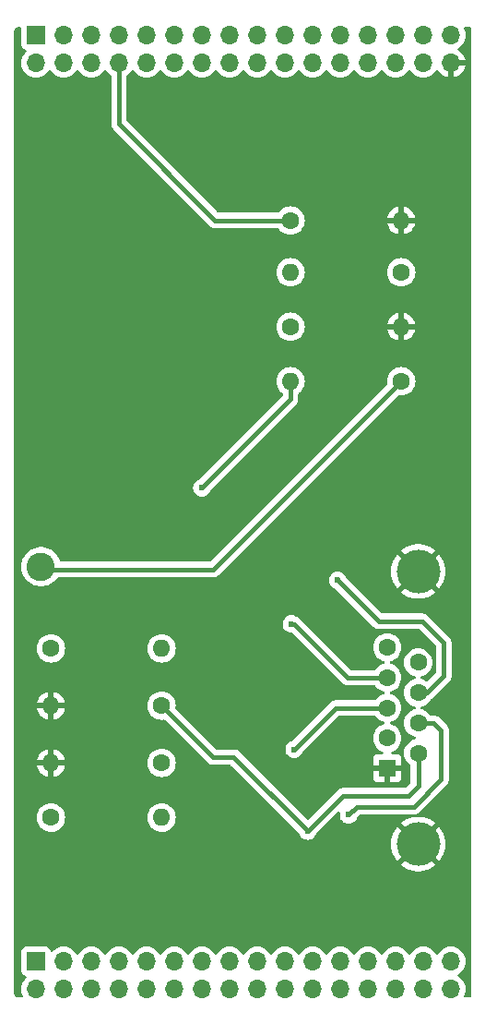
<source format=gbl>
G04 #@! TF.GenerationSoftware,KiCad,Pcbnew,8.0.7*
G04 #@! TF.CreationDate,2025-01-01T11:42:11-05:00*
G04 #@! TF.ProjectId,LauCameraTrigger_MimasA7,4c617543-616d-4657-9261-547269676765,rev?*
G04 #@! TF.SameCoordinates,Original*
G04 #@! TF.FileFunction,Copper,L2,Bot*
G04 #@! TF.FilePolarity,Positive*
%FSLAX46Y46*%
G04 Gerber Fmt 4.6, Leading zero omitted, Abs format (unit mm)*
G04 Created by KiCad (PCBNEW 8.0.7) date 2025-01-01 11:42:11*
%MOMM*%
%LPD*%
G01*
G04 APERTURE LIST*
G04 #@! TA.AperFunction,ComponentPad*
%ADD10C,2.600000*%
G04 #@! TD*
G04 #@! TA.AperFunction,ComponentPad*
%ADD11C,1.600000*%
G04 #@! TD*
G04 #@! TA.AperFunction,ComponentPad*
%ADD12O,1.600000X1.600000*%
G04 #@! TD*
G04 #@! TA.AperFunction,ComponentPad*
%ADD13R,1.700000X1.700000*%
G04 #@! TD*
G04 #@! TA.AperFunction,ComponentPad*
%ADD14O,1.700000X1.700000*%
G04 #@! TD*
G04 #@! TA.AperFunction,ComponentPad*
%ADD15R,1.600000X1.600000*%
G04 #@! TD*
G04 #@! TA.AperFunction,ComponentPad*
%ADD16C,4.000000*%
G04 #@! TD*
G04 #@! TA.AperFunction,ViaPad*
%ADD17C,0.600000*%
G04 #@! TD*
G04 #@! TA.AperFunction,Conductor*
%ADD18C,0.400000*%
G04 #@! TD*
G04 APERTURE END LIST*
D10*
X53000000Y-100000000D03*
D11*
X53920000Y-123000000D03*
D12*
X64080000Y-123000000D03*
X64080000Y-107500000D03*
D11*
X53920000Y-107500000D03*
X86080000Y-73000000D03*
D12*
X75920000Y-73000000D03*
D11*
X86080000Y-83000000D03*
D12*
X75920000Y-83000000D03*
D11*
X64080000Y-112750000D03*
D12*
X53920000Y-112750000D03*
D11*
X75920000Y-68250000D03*
D12*
X86080000Y-68250000D03*
D11*
X75920000Y-78000000D03*
D12*
X86080000Y-78000000D03*
D11*
X64080000Y-118000000D03*
D12*
X53920000Y-118000000D03*
D13*
X52540000Y-136190000D03*
D14*
X52540000Y-138730000D03*
X55080000Y-136190000D03*
X55080000Y-138730000D03*
X57620000Y-136190000D03*
X57620000Y-138730000D03*
X60160000Y-136190000D03*
X60160000Y-138730000D03*
X62700000Y-136190000D03*
X62700000Y-138730000D03*
X65240000Y-136190000D03*
X65240000Y-138730000D03*
X67780000Y-136190000D03*
X67780000Y-138730000D03*
X70320000Y-136190000D03*
X70320000Y-138730000D03*
X72860000Y-136190000D03*
X72860000Y-138730000D03*
X75400000Y-136190000D03*
X75400000Y-138730000D03*
X77940000Y-136190000D03*
X77940000Y-138730000D03*
X80480000Y-136190000D03*
X80480000Y-138730000D03*
X83020000Y-136190000D03*
X83020000Y-138730000D03*
X85560000Y-136190000D03*
X85560000Y-138730000D03*
X88100000Y-136190000D03*
X88100000Y-138730000D03*
X90640000Y-136190000D03*
X90640000Y-138730000D03*
D13*
X52540000Y-51270000D03*
D14*
X52540000Y-53810000D03*
X55080000Y-51270000D03*
X55080000Y-53810000D03*
X57620000Y-51270000D03*
X57620000Y-53810000D03*
X60160000Y-51270000D03*
X60160000Y-53810000D03*
X62700000Y-51270000D03*
X62700000Y-53810000D03*
X65240000Y-51270000D03*
X65240000Y-53810000D03*
X67780000Y-51270000D03*
X67780000Y-53810000D03*
X70320000Y-51270000D03*
X70320000Y-53810000D03*
X72860000Y-51270000D03*
X72860000Y-53810000D03*
X75400000Y-51270000D03*
X75400000Y-53810000D03*
X77940000Y-51270000D03*
X77940000Y-53810000D03*
X80480000Y-51270000D03*
X80480000Y-53810000D03*
X83020000Y-51270000D03*
X83020000Y-53810000D03*
X85560000Y-51270000D03*
X85560000Y-53810000D03*
X88100000Y-51270000D03*
X88100000Y-53810000D03*
X90640000Y-51270000D03*
X90640000Y-53810000D03*
D11*
X87640000Y-108785000D03*
X87640000Y-111555000D03*
X87640000Y-114325000D03*
X87640000Y-117095000D03*
X84800000Y-107400000D03*
X84800000Y-110170000D03*
X84800000Y-112940000D03*
X84800000Y-115710000D03*
D15*
X84800000Y-118480000D03*
D16*
X87640000Y-100440000D03*
X87640000Y-125440000D03*
D17*
X67780000Y-92780000D03*
X80250000Y-101250000D03*
X76000000Y-105250000D03*
X81250000Y-122750000D03*
X77500000Y-124250000D03*
X76250000Y-116750000D03*
D18*
X80250000Y-101250000D02*
X84000000Y-105000000D01*
X84000000Y-105000000D02*
X88000000Y-105000000D01*
X88000000Y-105000000D02*
X90000000Y-107000000D01*
X90000000Y-110000000D02*
X88445000Y-111555000D01*
X90000000Y-107000000D02*
X90000000Y-110000000D01*
X88445000Y-111555000D02*
X87640000Y-111555000D01*
X76000000Y-105250000D02*
X76250000Y-105250000D01*
X76250000Y-105250000D02*
X81170000Y-110170000D01*
X81170000Y-110170000D02*
X84800000Y-110170000D01*
X67780000Y-92780000D02*
X75920000Y-84640000D01*
X75920000Y-84640000D02*
X75920000Y-83000000D01*
X86080000Y-83000000D02*
X68830000Y-100250000D01*
X68830000Y-100250000D02*
X54000000Y-100250000D01*
X75920000Y-68250000D02*
X69000000Y-68250000D01*
X69000000Y-68250000D02*
X60160000Y-59410000D01*
X60160000Y-59410000D02*
X60160000Y-53810000D01*
X64080000Y-112750000D02*
X68780000Y-117450000D01*
X68780000Y-117450000D02*
X70700000Y-117450000D01*
X70700000Y-117450000D02*
X77500000Y-124250000D01*
X81250000Y-122750000D02*
X82000000Y-122000000D01*
X82000000Y-122000000D02*
X87250000Y-122000000D01*
X87250000Y-122000000D02*
X89750000Y-119500000D01*
X89750000Y-115000000D02*
X89075000Y-114325000D01*
X89750000Y-119500000D02*
X89750000Y-115000000D01*
X89075000Y-114325000D02*
X87640000Y-114325000D01*
X77500000Y-124250000D02*
X80750000Y-121000000D01*
X80750000Y-121000000D02*
X86750000Y-121000000D01*
X86750000Y-121000000D02*
X87640000Y-120110000D01*
X87640000Y-120110000D02*
X87640000Y-117095000D01*
X80060000Y-112940000D02*
X84800000Y-112940000D01*
X76250000Y-116750000D02*
X80060000Y-112940000D01*
G04 #@! TA.AperFunction,Conductor*
G36*
X51132539Y-50520185D02*
G01*
X51178294Y-50572989D01*
X51189500Y-50624500D01*
X51189500Y-52167870D01*
X51189501Y-52167876D01*
X51195908Y-52227483D01*
X51246202Y-52362328D01*
X51246206Y-52362335D01*
X51332452Y-52477544D01*
X51332455Y-52477547D01*
X51447664Y-52563793D01*
X51447671Y-52563797D01*
X51579081Y-52612810D01*
X51635015Y-52654681D01*
X51659432Y-52720145D01*
X51644580Y-52788418D01*
X51623430Y-52816673D01*
X51501503Y-52938600D01*
X51365965Y-53132169D01*
X51365964Y-53132171D01*
X51266098Y-53346335D01*
X51266094Y-53346344D01*
X51204938Y-53574586D01*
X51204936Y-53574596D01*
X51184341Y-53809999D01*
X51184341Y-53810000D01*
X51204936Y-54045403D01*
X51204938Y-54045413D01*
X51266094Y-54273655D01*
X51266096Y-54273659D01*
X51266097Y-54273663D01*
X51346004Y-54445023D01*
X51365965Y-54487830D01*
X51365967Y-54487834D01*
X51474281Y-54642521D01*
X51501505Y-54681401D01*
X51668599Y-54848495D01*
X51765384Y-54916265D01*
X51862165Y-54984032D01*
X51862167Y-54984033D01*
X51862170Y-54984035D01*
X52076337Y-55083903D01*
X52304592Y-55145063D01*
X52492918Y-55161539D01*
X52539999Y-55165659D01*
X52540000Y-55165659D01*
X52540001Y-55165659D01*
X52579234Y-55162226D01*
X52775408Y-55145063D01*
X53003663Y-55083903D01*
X53217830Y-54984035D01*
X53411401Y-54848495D01*
X53578495Y-54681401D01*
X53708425Y-54495842D01*
X53763002Y-54452217D01*
X53832500Y-54445023D01*
X53894855Y-54476546D01*
X53911575Y-54495842D01*
X54041500Y-54681395D01*
X54041505Y-54681401D01*
X54208599Y-54848495D01*
X54305384Y-54916265D01*
X54402165Y-54984032D01*
X54402167Y-54984033D01*
X54402170Y-54984035D01*
X54616337Y-55083903D01*
X54844592Y-55145063D01*
X55032918Y-55161539D01*
X55079999Y-55165659D01*
X55080000Y-55165659D01*
X55080001Y-55165659D01*
X55119234Y-55162226D01*
X55315408Y-55145063D01*
X55543663Y-55083903D01*
X55757830Y-54984035D01*
X55951401Y-54848495D01*
X56118495Y-54681401D01*
X56248425Y-54495842D01*
X56303002Y-54452217D01*
X56372500Y-54445023D01*
X56434855Y-54476546D01*
X56451575Y-54495842D01*
X56581500Y-54681395D01*
X56581505Y-54681401D01*
X56748599Y-54848495D01*
X56845384Y-54916265D01*
X56942165Y-54984032D01*
X56942167Y-54984033D01*
X56942170Y-54984035D01*
X57156337Y-55083903D01*
X57384592Y-55145063D01*
X57572918Y-55161539D01*
X57619999Y-55165659D01*
X57620000Y-55165659D01*
X57620001Y-55165659D01*
X57659234Y-55162226D01*
X57855408Y-55145063D01*
X58083663Y-55083903D01*
X58297830Y-54984035D01*
X58491401Y-54848495D01*
X58658495Y-54681401D01*
X58788425Y-54495842D01*
X58843002Y-54452217D01*
X58912500Y-54445023D01*
X58974855Y-54476546D01*
X58991575Y-54495842D01*
X59121501Y-54681396D01*
X59121506Y-54681402D01*
X59288597Y-54848494D01*
X59406623Y-54931136D01*
X59450248Y-54985713D01*
X59459500Y-55032711D01*
X59459500Y-59341006D01*
X59459500Y-59478994D01*
X59459500Y-59478996D01*
X59459499Y-59478996D01*
X59486418Y-59614322D01*
X59486421Y-59614332D01*
X59539222Y-59741807D01*
X59615887Y-59856545D01*
X68553454Y-68794112D01*
X68668192Y-68870777D01*
X68795667Y-68923578D01*
X68795672Y-68923580D01*
X68795676Y-68923580D01*
X68795677Y-68923581D01*
X68931003Y-68950500D01*
X68931006Y-68950500D01*
X68931007Y-68950500D01*
X74758327Y-68950500D01*
X74825366Y-68970185D01*
X74859902Y-69003377D01*
X74919954Y-69089141D01*
X75080858Y-69250045D01*
X75080861Y-69250047D01*
X75267266Y-69380568D01*
X75473504Y-69476739D01*
X75693308Y-69535635D01*
X75855230Y-69549801D01*
X75919998Y-69555468D01*
X75920000Y-69555468D01*
X75920002Y-69555468D01*
X75976673Y-69550509D01*
X76146692Y-69535635D01*
X76366496Y-69476739D01*
X76572734Y-69380568D01*
X76759139Y-69250047D01*
X76920047Y-69089139D01*
X77050568Y-68902734D01*
X77146739Y-68696496D01*
X77205635Y-68476692D01*
X77225468Y-68250000D01*
X77205635Y-68023308D01*
X77199389Y-67999999D01*
X84801127Y-67999999D01*
X84801128Y-68000000D01*
X85764314Y-68000000D01*
X85759920Y-68004394D01*
X85707259Y-68095606D01*
X85680000Y-68197339D01*
X85680000Y-68302661D01*
X85707259Y-68404394D01*
X85759920Y-68495606D01*
X85764314Y-68500000D01*
X84801128Y-68500000D01*
X84853730Y-68696317D01*
X84853734Y-68696326D01*
X84949865Y-68902482D01*
X85080342Y-69088820D01*
X85241179Y-69249657D01*
X85427517Y-69380134D01*
X85633673Y-69476265D01*
X85633682Y-69476269D01*
X85829999Y-69528872D01*
X85830000Y-69528871D01*
X85830000Y-68565686D01*
X85834394Y-68570080D01*
X85925606Y-68622741D01*
X86027339Y-68650000D01*
X86132661Y-68650000D01*
X86234394Y-68622741D01*
X86325606Y-68570080D01*
X86330000Y-68565686D01*
X86330000Y-69528872D01*
X86526317Y-69476269D01*
X86526326Y-69476265D01*
X86732482Y-69380134D01*
X86918820Y-69249657D01*
X87079657Y-69088820D01*
X87210134Y-68902482D01*
X87306265Y-68696326D01*
X87306269Y-68696317D01*
X87358872Y-68500000D01*
X86395686Y-68500000D01*
X86400080Y-68495606D01*
X86452741Y-68404394D01*
X86480000Y-68302661D01*
X86480000Y-68197339D01*
X86452741Y-68095606D01*
X86400080Y-68004394D01*
X86395686Y-68000000D01*
X87358872Y-68000000D01*
X87358872Y-67999999D01*
X87306269Y-67803682D01*
X87306265Y-67803673D01*
X87210134Y-67597517D01*
X87079657Y-67411179D01*
X86918820Y-67250342D01*
X86732482Y-67119865D01*
X86526328Y-67023734D01*
X86330000Y-66971127D01*
X86330000Y-67934314D01*
X86325606Y-67929920D01*
X86234394Y-67877259D01*
X86132661Y-67850000D01*
X86027339Y-67850000D01*
X85925606Y-67877259D01*
X85834394Y-67929920D01*
X85830000Y-67934314D01*
X85830000Y-66971127D01*
X85633671Y-67023734D01*
X85427517Y-67119865D01*
X85241179Y-67250342D01*
X85080342Y-67411179D01*
X84949865Y-67597517D01*
X84853734Y-67803673D01*
X84853730Y-67803682D01*
X84801127Y-67999999D01*
X77199389Y-67999999D01*
X77146739Y-67803504D01*
X77050568Y-67597266D01*
X76920047Y-67410861D01*
X76920045Y-67410858D01*
X76759141Y-67249954D01*
X76572734Y-67119432D01*
X76572732Y-67119431D01*
X76366497Y-67023261D01*
X76366488Y-67023258D01*
X76146697Y-66964366D01*
X76146693Y-66964365D01*
X76146692Y-66964365D01*
X76146691Y-66964364D01*
X76146686Y-66964364D01*
X75920002Y-66944532D01*
X75919998Y-66944532D01*
X75693313Y-66964364D01*
X75693302Y-66964366D01*
X75473511Y-67023258D01*
X75473502Y-67023261D01*
X75267267Y-67119431D01*
X75267265Y-67119432D01*
X75080858Y-67249954D01*
X74919954Y-67410858D01*
X74859902Y-67496623D01*
X74805325Y-67540248D01*
X74758327Y-67549500D01*
X69341519Y-67549500D01*
X69274480Y-67529815D01*
X69253838Y-67513181D01*
X60896819Y-59156162D01*
X60863334Y-59094839D01*
X60860500Y-59068481D01*
X60860500Y-55032711D01*
X60880185Y-54965672D01*
X60913377Y-54931136D01*
X61031401Y-54848495D01*
X61198495Y-54681401D01*
X61328425Y-54495842D01*
X61383002Y-54452217D01*
X61452500Y-54445023D01*
X61514855Y-54476546D01*
X61531575Y-54495842D01*
X61661500Y-54681395D01*
X61661505Y-54681401D01*
X61828599Y-54848495D01*
X61925384Y-54916265D01*
X62022165Y-54984032D01*
X62022167Y-54984033D01*
X62022170Y-54984035D01*
X62236337Y-55083903D01*
X62464592Y-55145063D01*
X62652918Y-55161539D01*
X62699999Y-55165659D01*
X62700000Y-55165659D01*
X62700001Y-55165659D01*
X62739234Y-55162226D01*
X62935408Y-55145063D01*
X63163663Y-55083903D01*
X63377830Y-54984035D01*
X63571401Y-54848495D01*
X63738495Y-54681401D01*
X63868425Y-54495842D01*
X63923002Y-54452217D01*
X63992500Y-54445023D01*
X64054855Y-54476546D01*
X64071575Y-54495842D01*
X64201500Y-54681395D01*
X64201505Y-54681401D01*
X64368599Y-54848495D01*
X64465384Y-54916265D01*
X64562165Y-54984032D01*
X64562167Y-54984033D01*
X64562170Y-54984035D01*
X64776337Y-55083903D01*
X65004592Y-55145063D01*
X65192918Y-55161539D01*
X65239999Y-55165659D01*
X65240000Y-55165659D01*
X65240001Y-55165659D01*
X65279234Y-55162226D01*
X65475408Y-55145063D01*
X65703663Y-55083903D01*
X65917830Y-54984035D01*
X66111401Y-54848495D01*
X66278495Y-54681401D01*
X66408425Y-54495842D01*
X66463002Y-54452217D01*
X66532500Y-54445023D01*
X66594855Y-54476546D01*
X66611575Y-54495842D01*
X66741500Y-54681395D01*
X66741505Y-54681401D01*
X66908599Y-54848495D01*
X67005384Y-54916265D01*
X67102165Y-54984032D01*
X67102167Y-54984033D01*
X67102170Y-54984035D01*
X67316337Y-55083903D01*
X67544592Y-55145063D01*
X67732918Y-55161539D01*
X67779999Y-55165659D01*
X67780000Y-55165659D01*
X67780001Y-55165659D01*
X67819234Y-55162226D01*
X68015408Y-55145063D01*
X68243663Y-55083903D01*
X68457830Y-54984035D01*
X68651401Y-54848495D01*
X68818495Y-54681401D01*
X68948425Y-54495842D01*
X69003002Y-54452217D01*
X69072500Y-54445023D01*
X69134855Y-54476546D01*
X69151575Y-54495842D01*
X69281500Y-54681395D01*
X69281505Y-54681401D01*
X69448599Y-54848495D01*
X69545384Y-54916265D01*
X69642165Y-54984032D01*
X69642167Y-54984033D01*
X69642170Y-54984035D01*
X69856337Y-55083903D01*
X70084592Y-55145063D01*
X70272918Y-55161539D01*
X70319999Y-55165659D01*
X70320000Y-55165659D01*
X70320001Y-55165659D01*
X70359234Y-55162226D01*
X70555408Y-55145063D01*
X70783663Y-55083903D01*
X70997830Y-54984035D01*
X71191401Y-54848495D01*
X71358495Y-54681401D01*
X71488425Y-54495842D01*
X71543002Y-54452217D01*
X71612500Y-54445023D01*
X71674855Y-54476546D01*
X71691575Y-54495842D01*
X71821500Y-54681395D01*
X71821505Y-54681401D01*
X71988599Y-54848495D01*
X72085384Y-54916265D01*
X72182165Y-54984032D01*
X72182167Y-54984033D01*
X72182170Y-54984035D01*
X72396337Y-55083903D01*
X72624592Y-55145063D01*
X72812918Y-55161539D01*
X72859999Y-55165659D01*
X72860000Y-55165659D01*
X72860001Y-55165659D01*
X72899234Y-55162226D01*
X73095408Y-55145063D01*
X73323663Y-55083903D01*
X73537830Y-54984035D01*
X73731401Y-54848495D01*
X73898495Y-54681401D01*
X74028425Y-54495842D01*
X74083002Y-54452217D01*
X74152500Y-54445023D01*
X74214855Y-54476546D01*
X74231575Y-54495842D01*
X74361500Y-54681395D01*
X74361505Y-54681401D01*
X74528599Y-54848495D01*
X74625384Y-54916265D01*
X74722165Y-54984032D01*
X74722167Y-54984033D01*
X74722170Y-54984035D01*
X74936337Y-55083903D01*
X75164592Y-55145063D01*
X75352918Y-55161539D01*
X75399999Y-55165659D01*
X75400000Y-55165659D01*
X75400001Y-55165659D01*
X75439234Y-55162226D01*
X75635408Y-55145063D01*
X75863663Y-55083903D01*
X76077830Y-54984035D01*
X76271401Y-54848495D01*
X76438495Y-54681401D01*
X76568425Y-54495842D01*
X76623002Y-54452217D01*
X76692500Y-54445023D01*
X76754855Y-54476546D01*
X76771575Y-54495842D01*
X76901500Y-54681395D01*
X76901505Y-54681401D01*
X77068599Y-54848495D01*
X77165384Y-54916265D01*
X77262165Y-54984032D01*
X77262167Y-54984033D01*
X77262170Y-54984035D01*
X77476337Y-55083903D01*
X77704592Y-55145063D01*
X77892918Y-55161539D01*
X77939999Y-55165659D01*
X77940000Y-55165659D01*
X77940001Y-55165659D01*
X77979234Y-55162226D01*
X78175408Y-55145063D01*
X78403663Y-55083903D01*
X78617830Y-54984035D01*
X78811401Y-54848495D01*
X78978495Y-54681401D01*
X79108425Y-54495842D01*
X79163002Y-54452217D01*
X79232500Y-54445023D01*
X79294855Y-54476546D01*
X79311575Y-54495842D01*
X79441500Y-54681395D01*
X79441505Y-54681401D01*
X79608599Y-54848495D01*
X79705384Y-54916265D01*
X79802165Y-54984032D01*
X79802167Y-54984033D01*
X79802170Y-54984035D01*
X80016337Y-55083903D01*
X80244592Y-55145063D01*
X80432918Y-55161539D01*
X80479999Y-55165659D01*
X80480000Y-55165659D01*
X80480001Y-55165659D01*
X80519234Y-55162226D01*
X80715408Y-55145063D01*
X80943663Y-55083903D01*
X81157830Y-54984035D01*
X81351401Y-54848495D01*
X81518495Y-54681401D01*
X81648425Y-54495842D01*
X81703002Y-54452217D01*
X81772500Y-54445023D01*
X81834855Y-54476546D01*
X81851575Y-54495842D01*
X81981500Y-54681395D01*
X81981505Y-54681401D01*
X82148599Y-54848495D01*
X82245384Y-54916265D01*
X82342165Y-54984032D01*
X82342167Y-54984033D01*
X82342170Y-54984035D01*
X82556337Y-55083903D01*
X82784592Y-55145063D01*
X82972918Y-55161539D01*
X83019999Y-55165659D01*
X83020000Y-55165659D01*
X83020001Y-55165659D01*
X83059234Y-55162226D01*
X83255408Y-55145063D01*
X83483663Y-55083903D01*
X83697830Y-54984035D01*
X83891401Y-54848495D01*
X84058495Y-54681401D01*
X84188425Y-54495842D01*
X84243002Y-54452217D01*
X84312500Y-54445023D01*
X84374855Y-54476546D01*
X84391575Y-54495842D01*
X84521500Y-54681395D01*
X84521505Y-54681401D01*
X84688599Y-54848495D01*
X84785384Y-54916265D01*
X84882165Y-54984032D01*
X84882167Y-54984033D01*
X84882170Y-54984035D01*
X85096337Y-55083903D01*
X85324592Y-55145063D01*
X85512918Y-55161539D01*
X85559999Y-55165659D01*
X85560000Y-55165659D01*
X85560001Y-55165659D01*
X85599234Y-55162226D01*
X85795408Y-55145063D01*
X86023663Y-55083903D01*
X86237830Y-54984035D01*
X86431401Y-54848495D01*
X86598495Y-54681401D01*
X86728425Y-54495842D01*
X86783002Y-54452217D01*
X86852500Y-54445023D01*
X86914855Y-54476546D01*
X86931575Y-54495842D01*
X87061500Y-54681395D01*
X87061505Y-54681401D01*
X87228599Y-54848495D01*
X87325384Y-54916265D01*
X87422165Y-54984032D01*
X87422167Y-54984033D01*
X87422170Y-54984035D01*
X87636337Y-55083903D01*
X87864592Y-55145063D01*
X88052918Y-55161539D01*
X88099999Y-55165659D01*
X88100000Y-55165659D01*
X88100001Y-55165659D01*
X88139234Y-55162226D01*
X88335408Y-55145063D01*
X88563663Y-55083903D01*
X88777830Y-54984035D01*
X88971401Y-54848495D01*
X89138495Y-54681401D01*
X89268730Y-54495405D01*
X89323307Y-54451781D01*
X89392805Y-54444587D01*
X89455160Y-54476110D01*
X89471879Y-54495405D01*
X89601890Y-54681078D01*
X89768917Y-54848105D01*
X89962421Y-54983600D01*
X90176507Y-55083429D01*
X90176516Y-55083433D01*
X90390000Y-55140634D01*
X90390000Y-54243012D01*
X90447007Y-54275925D01*
X90574174Y-54310000D01*
X90705826Y-54310000D01*
X90832993Y-54275925D01*
X90890000Y-54243012D01*
X90890000Y-55140633D01*
X91103483Y-55083433D01*
X91103492Y-55083429D01*
X91317578Y-54983600D01*
X91511082Y-54848105D01*
X91678105Y-54681082D01*
X91813600Y-54487578D01*
X91913429Y-54273492D01*
X91913432Y-54273486D01*
X91970636Y-54060000D01*
X91073012Y-54060000D01*
X91105925Y-54002993D01*
X91140000Y-53875826D01*
X91140000Y-53744174D01*
X91105925Y-53617007D01*
X91073012Y-53560000D01*
X91970636Y-53560000D01*
X91970635Y-53559999D01*
X91913432Y-53346513D01*
X91913429Y-53346507D01*
X91813600Y-53132422D01*
X91813599Y-53132420D01*
X91678113Y-52938926D01*
X91678108Y-52938920D01*
X91511078Y-52771890D01*
X91325405Y-52641879D01*
X91281780Y-52587302D01*
X91274588Y-52517804D01*
X91306110Y-52455449D01*
X91325406Y-52438730D01*
X91325842Y-52438425D01*
X91511401Y-52308495D01*
X91678495Y-52141401D01*
X91814035Y-51947830D01*
X91913903Y-51733663D01*
X91975063Y-51505408D01*
X91995659Y-51270000D01*
X91975063Y-51034592D01*
X91913903Y-50806337D01*
X91853546Y-50676903D01*
X91843055Y-50607828D01*
X91871574Y-50544044D01*
X91930051Y-50505804D01*
X91965929Y-50500500D01*
X92375500Y-50500500D01*
X92442539Y-50520185D01*
X92488294Y-50572989D01*
X92499500Y-50624500D01*
X92499500Y-139375500D01*
X92479815Y-139442539D01*
X92427011Y-139488294D01*
X92375500Y-139499500D01*
X91965929Y-139499500D01*
X91898890Y-139479815D01*
X91853135Y-139427011D01*
X91843191Y-139357853D01*
X91853545Y-139323099D01*
X91913903Y-139193663D01*
X91975063Y-138965408D01*
X91995659Y-138730000D01*
X91975063Y-138494592D01*
X91913903Y-138266337D01*
X91814035Y-138052171D01*
X91808425Y-138044158D01*
X91678494Y-137858597D01*
X91511402Y-137691506D01*
X91511396Y-137691501D01*
X91325842Y-137561575D01*
X91282217Y-137506998D01*
X91275023Y-137437500D01*
X91306546Y-137375145D01*
X91325842Y-137358425D01*
X91348026Y-137342891D01*
X91511401Y-137228495D01*
X91678495Y-137061401D01*
X91814035Y-136867830D01*
X91913903Y-136653663D01*
X91975063Y-136425408D01*
X91995659Y-136190000D01*
X91975063Y-135954592D01*
X91913903Y-135726337D01*
X91814035Y-135512171D01*
X91808425Y-135504158D01*
X91678494Y-135318597D01*
X91511402Y-135151506D01*
X91511395Y-135151501D01*
X91317834Y-135015967D01*
X91317830Y-135015965D01*
X91317828Y-135015964D01*
X91103663Y-134916097D01*
X91103659Y-134916096D01*
X91103655Y-134916094D01*
X90875413Y-134854938D01*
X90875403Y-134854936D01*
X90640001Y-134834341D01*
X90639999Y-134834341D01*
X90404596Y-134854936D01*
X90404586Y-134854938D01*
X90176344Y-134916094D01*
X90176335Y-134916098D01*
X89962171Y-135015964D01*
X89962169Y-135015965D01*
X89768597Y-135151505D01*
X89601505Y-135318597D01*
X89471575Y-135504158D01*
X89416998Y-135547783D01*
X89347500Y-135554977D01*
X89285145Y-135523454D01*
X89268425Y-135504158D01*
X89138494Y-135318597D01*
X88971402Y-135151506D01*
X88971395Y-135151501D01*
X88777834Y-135015967D01*
X88777830Y-135015965D01*
X88777828Y-135015964D01*
X88563663Y-134916097D01*
X88563659Y-134916096D01*
X88563655Y-134916094D01*
X88335413Y-134854938D01*
X88335403Y-134854936D01*
X88100001Y-134834341D01*
X88099999Y-134834341D01*
X87864596Y-134854936D01*
X87864586Y-134854938D01*
X87636344Y-134916094D01*
X87636335Y-134916098D01*
X87422171Y-135015964D01*
X87422169Y-135015965D01*
X87228597Y-135151505D01*
X87061505Y-135318597D01*
X86931575Y-135504158D01*
X86876998Y-135547783D01*
X86807500Y-135554977D01*
X86745145Y-135523454D01*
X86728425Y-135504158D01*
X86598494Y-135318597D01*
X86431402Y-135151506D01*
X86431395Y-135151501D01*
X86237834Y-135015967D01*
X86237830Y-135015965D01*
X86237828Y-135015964D01*
X86023663Y-134916097D01*
X86023659Y-134916096D01*
X86023655Y-134916094D01*
X85795413Y-134854938D01*
X85795403Y-134854936D01*
X85560001Y-134834341D01*
X85559999Y-134834341D01*
X85324596Y-134854936D01*
X85324586Y-134854938D01*
X85096344Y-134916094D01*
X85096335Y-134916098D01*
X84882171Y-135015964D01*
X84882169Y-135015965D01*
X84688597Y-135151505D01*
X84521505Y-135318597D01*
X84391575Y-135504158D01*
X84336998Y-135547783D01*
X84267500Y-135554977D01*
X84205145Y-135523454D01*
X84188425Y-135504158D01*
X84058494Y-135318597D01*
X83891402Y-135151506D01*
X83891395Y-135151501D01*
X83697834Y-135015967D01*
X83697830Y-135015965D01*
X83697828Y-135015964D01*
X83483663Y-134916097D01*
X83483659Y-134916096D01*
X83483655Y-134916094D01*
X83255413Y-134854938D01*
X83255403Y-134854936D01*
X83020001Y-134834341D01*
X83019999Y-134834341D01*
X82784596Y-134854936D01*
X82784586Y-134854938D01*
X82556344Y-134916094D01*
X82556335Y-134916098D01*
X82342171Y-135015964D01*
X82342169Y-135015965D01*
X82148597Y-135151505D01*
X81981505Y-135318597D01*
X81851575Y-135504158D01*
X81796998Y-135547783D01*
X81727500Y-135554977D01*
X81665145Y-135523454D01*
X81648425Y-135504158D01*
X81518494Y-135318597D01*
X81351402Y-135151506D01*
X81351395Y-135151501D01*
X81157834Y-135015967D01*
X81157830Y-135015965D01*
X81157828Y-135015964D01*
X80943663Y-134916097D01*
X80943659Y-134916096D01*
X80943655Y-134916094D01*
X80715413Y-134854938D01*
X80715403Y-134854936D01*
X80480001Y-134834341D01*
X80479999Y-134834341D01*
X80244596Y-134854936D01*
X80244586Y-134854938D01*
X80016344Y-134916094D01*
X80016335Y-134916098D01*
X79802171Y-135015964D01*
X79802169Y-135015965D01*
X79608597Y-135151505D01*
X79441505Y-135318597D01*
X79311575Y-135504158D01*
X79256998Y-135547783D01*
X79187500Y-135554977D01*
X79125145Y-135523454D01*
X79108425Y-135504158D01*
X78978494Y-135318597D01*
X78811402Y-135151506D01*
X78811395Y-135151501D01*
X78617834Y-135015967D01*
X78617830Y-135015965D01*
X78617828Y-135015964D01*
X78403663Y-134916097D01*
X78403659Y-134916096D01*
X78403655Y-134916094D01*
X78175413Y-134854938D01*
X78175403Y-134854936D01*
X77940001Y-134834341D01*
X77939999Y-134834341D01*
X77704596Y-134854936D01*
X77704586Y-134854938D01*
X77476344Y-134916094D01*
X77476335Y-134916098D01*
X77262171Y-135015964D01*
X77262169Y-135015965D01*
X77068597Y-135151505D01*
X76901505Y-135318597D01*
X76771575Y-135504158D01*
X76716998Y-135547783D01*
X76647500Y-135554977D01*
X76585145Y-135523454D01*
X76568425Y-135504158D01*
X76438494Y-135318597D01*
X76271402Y-135151506D01*
X76271395Y-135151501D01*
X76077834Y-135015967D01*
X76077830Y-135015965D01*
X76077828Y-135015964D01*
X75863663Y-134916097D01*
X75863659Y-134916096D01*
X75863655Y-134916094D01*
X75635413Y-134854938D01*
X75635403Y-134854936D01*
X75400001Y-134834341D01*
X75399999Y-134834341D01*
X75164596Y-134854936D01*
X75164586Y-134854938D01*
X74936344Y-134916094D01*
X74936335Y-134916098D01*
X74722171Y-135015964D01*
X74722169Y-135015965D01*
X74528597Y-135151505D01*
X74361505Y-135318597D01*
X74231575Y-135504158D01*
X74176998Y-135547783D01*
X74107500Y-135554977D01*
X74045145Y-135523454D01*
X74028425Y-135504158D01*
X73898494Y-135318597D01*
X73731402Y-135151506D01*
X73731395Y-135151501D01*
X73537834Y-135015967D01*
X73537830Y-135015965D01*
X73537828Y-135015964D01*
X73323663Y-134916097D01*
X73323659Y-134916096D01*
X73323655Y-134916094D01*
X73095413Y-134854938D01*
X73095403Y-134854936D01*
X72860001Y-134834341D01*
X72859999Y-134834341D01*
X72624596Y-134854936D01*
X72624586Y-134854938D01*
X72396344Y-134916094D01*
X72396335Y-134916098D01*
X72182171Y-135015964D01*
X72182169Y-135015965D01*
X71988597Y-135151505D01*
X71821505Y-135318597D01*
X71691575Y-135504158D01*
X71636998Y-135547783D01*
X71567500Y-135554977D01*
X71505145Y-135523454D01*
X71488425Y-135504158D01*
X71358494Y-135318597D01*
X71191402Y-135151506D01*
X71191395Y-135151501D01*
X70997834Y-135015967D01*
X70997830Y-135015965D01*
X70997828Y-135015964D01*
X70783663Y-134916097D01*
X70783659Y-134916096D01*
X70783655Y-134916094D01*
X70555413Y-134854938D01*
X70555403Y-134854936D01*
X70320001Y-134834341D01*
X70319999Y-134834341D01*
X70084596Y-134854936D01*
X70084586Y-134854938D01*
X69856344Y-134916094D01*
X69856335Y-134916098D01*
X69642171Y-135015964D01*
X69642169Y-135015965D01*
X69448597Y-135151505D01*
X69281505Y-135318597D01*
X69151575Y-135504158D01*
X69096998Y-135547783D01*
X69027500Y-135554977D01*
X68965145Y-135523454D01*
X68948425Y-135504158D01*
X68818494Y-135318597D01*
X68651402Y-135151506D01*
X68651395Y-135151501D01*
X68457834Y-135015967D01*
X68457830Y-135015965D01*
X68457828Y-135015964D01*
X68243663Y-134916097D01*
X68243659Y-134916096D01*
X68243655Y-134916094D01*
X68015413Y-134854938D01*
X68015403Y-134854936D01*
X67780001Y-134834341D01*
X67779999Y-134834341D01*
X67544596Y-134854936D01*
X67544586Y-134854938D01*
X67316344Y-134916094D01*
X67316335Y-134916098D01*
X67102171Y-135015964D01*
X67102169Y-135015965D01*
X66908597Y-135151505D01*
X66741505Y-135318597D01*
X66611575Y-135504158D01*
X66556998Y-135547783D01*
X66487500Y-135554977D01*
X66425145Y-135523454D01*
X66408425Y-135504158D01*
X66278494Y-135318597D01*
X66111402Y-135151506D01*
X66111395Y-135151501D01*
X65917834Y-135015967D01*
X65917830Y-135015965D01*
X65917828Y-135015964D01*
X65703663Y-134916097D01*
X65703659Y-134916096D01*
X65703655Y-134916094D01*
X65475413Y-134854938D01*
X65475403Y-134854936D01*
X65240001Y-134834341D01*
X65239999Y-134834341D01*
X65004596Y-134854936D01*
X65004586Y-134854938D01*
X64776344Y-134916094D01*
X64776335Y-134916098D01*
X64562171Y-135015964D01*
X64562169Y-135015965D01*
X64368597Y-135151505D01*
X64201505Y-135318597D01*
X64071575Y-135504158D01*
X64016998Y-135547783D01*
X63947500Y-135554977D01*
X63885145Y-135523454D01*
X63868425Y-135504158D01*
X63738494Y-135318597D01*
X63571402Y-135151506D01*
X63571395Y-135151501D01*
X63377834Y-135015967D01*
X63377830Y-135015965D01*
X63377828Y-135015964D01*
X63163663Y-134916097D01*
X63163659Y-134916096D01*
X63163655Y-134916094D01*
X62935413Y-134854938D01*
X62935403Y-134854936D01*
X62700001Y-134834341D01*
X62699999Y-134834341D01*
X62464596Y-134854936D01*
X62464586Y-134854938D01*
X62236344Y-134916094D01*
X62236335Y-134916098D01*
X62022171Y-135015964D01*
X62022169Y-135015965D01*
X61828597Y-135151505D01*
X61661505Y-135318597D01*
X61531575Y-135504158D01*
X61476998Y-135547783D01*
X61407500Y-135554977D01*
X61345145Y-135523454D01*
X61328425Y-135504158D01*
X61198494Y-135318597D01*
X61031402Y-135151506D01*
X61031395Y-135151501D01*
X60837834Y-135015967D01*
X60837830Y-135015965D01*
X60837828Y-135015964D01*
X60623663Y-134916097D01*
X60623659Y-134916096D01*
X60623655Y-134916094D01*
X60395413Y-134854938D01*
X60395403Y-134854936D01*
X60160001Y-134834341D01*
X60159999Y-134834341D01*
X59924596Y-134854936D01*
X59924586Y-134854938D01*
X59696344Y-134916094D01*
X59696335Y-134916098D01*
X59482171Y-135015964D01*
X59482169Y-135015965D01*
X59288597Y-135151505D01*
X59121505Y-135318597D01*
X58991575Y-135504158D01*
X58936998Y-135547783D01*
X58867500Y-135554977D01*
X58805145Y-135523454D01*
X58788425Y-135504158D01*
X58658494Y-135318597D01*
X58491402Y-135151506D01*
X58491395Y-135151501D01*
X58297834Y-135015967D01*
X58297830Y-135015965D01*
X58297828Y-135015964D01*
X58083663Y-134916097D01*
X58083659Y-134916096D01*
X58083655Y-134916094D01*
X57855413Y-134854938D01*
X57855403Y-134854936D01*
X57620001Y-134834341D01*
X57619999Y-134834341D01*
X57384596Y-134854936D01*
X57384586Y-134854938D01*
X57156344Y-134916094D01*
X57156335Y-134916098D01*
X56942171Y-135015964D01*
X56942169Y-135015965D01*
X56748597Y-135151505D01*
X56581505Y-135318597D01*
X56451575Y-135504158D01*
X56396998Y-135547783D01*
X56327500Y-135554977D01*
X56265145Y-135523454D01*
X56248425Y-135504158D01*
X56118494Y-135318597D01*
X55951402Y-135151506D01*
X55951395Y-135151501D01*
X55757834Y-135015967D01*
X55757830Y-135015965D01*
X55757828Y-135015964D01*
X55543663Y-134916097D01*
X55543659Y-134916096D01*
X55543655Y-134916094D01*
X55315413Y-134854938D01*
X55315403Y-134854936D01*
X55080001Y-134834341D01*
X55079999Y-134834341D01*
X54844596Y-134854936D01*
X54844586Y-134854938D01*
X54616344Y-134916094D01*
X54616335Y-134916098D01*
X54402171Y-135015964D01*
X54402169Y-135015965D01*
X54208600Y-135151503D01*
X54086673Y-135273430D01*
X54025350Y-135306914D01*
X53955658Y-135301930D01*
X53899725Y-135260058D01*
X53882810Y-135229081D01*
X53833797Y-135097671D01*
X53833793Y-135097664D01*
X53747547Y-134982455D01*
X53747544Y-134982452D01*
X53632335Y-134896206D01*
X53632328Y-134896202D01*
X53497482Y-134845908D01*
X53497483Y-134845908D01*
X53437883Y-134839501D01*
X53437881Y-134839500D01*
X53437873Y-134839500D01*
X53437864Y-134839500D01*
X51642129Y-134839500D01*
X51642123Y-134839501D01*
X51582516Y-134845908D01*
X51447671Y-134896202D01*
X51447664Y-134896206D01*
X51332455Y-134982452D01*
X51332452Y-134982455D01*
X51246206Y-135097664D01*
X51246202Y-135097671D01*
X51195908Y-135232517D01*
X51189501Y-135292116D01*
X51189500Y-135292135D01*
X51189500Y-137087870D01*
X51189501Y-137087876D01*
X51195908Y-137147483D01*
X51246202Y-137282328D01*
X51246206Y-137282335D01*
X51332452Y-137397544D01*
X51332455Y-137397547D01*
X51447664Y-137483793D01*
X51447671Y-137483797D01*
X51579081Y-137532810D01*
X51635015Y-137574681D01*
X51659432Y-137640145D01*
X51644580Y-137708418D01*
X51623430Y-137736673D01*
X51501503Y-137858600D01*
X51365965Y-138052169D01*
X51365964Y-138052171D01*
X51266098Y-138266335D01*
X51266094Y-138266344D01*
X51204938Y-138494586D01*
X51204936Y-138494596D01*
X51184341Y-138729999D01*
X51184341Y-138730000D01*
X51204936Y-138965403D01*
X51204938Y-138965413D01*
X51266094Y-139193655D01*
X51266097Y-139193664D01*
X51270701Y-139203537D01*
X51326453Y-139323097D01*
X51336945Y-139392172D01*
X51308426Y-139455956D01*
X51249949Y-139494196D01*
X51214071Y-139499500D01*
X51006962Y-139499500D01*
X50993078Y-139498720D01*
X50980553Y-139497308D01*
X50902735Y-139488540D01*
X50875666Y-139482362D01*
X50796462Y-139454648D01*
X50771444Y-139442600D01*
X50700395Y-139397957D01*
X50678686Y-139380644D01*
X50619355Y-139321313D01*
X50602042Y-139299604D01*
X50557399Y-139228555D01*
X50545351Y-139203537D01*
X50544824Y-139202032D01*
X50517636Y-139124331D01*
X50511459Y-139097263D01*
X50501280Y-139006922D01*
X50500500Y-138993038D01*
X50500500Y-125439994D01*
X85135057Y-125439994D01*
X85135057Y-125440005D01*
X85154807Y-125753942D01*
X85154808Y-125753949D01*
X85213755Y-126062958D01*
X85310963Y-126362132D01*
X85310965Y-126362137D01*
X85444900Y-126646761D01*
X85444903Y-126646767D01*
X85613452Y-126912359D01*
X85704286Y-127022158D01*
X86345747Y-126380697D01*
X86419588Y-126482330D01*
X86597670Y-126660412D01*
X86699300Y-126734251D01*
X86054972Y-127378579D01*
X86297780Y-127554990D01*
X86297790Y-127554996D01*
X86573447Y-127706540D01*
X86573455Y-127706544D01*
X86865926Y-127822340D01*
X87170620Y-127900573D01*
X87170629Y-127900575D01*
X87482701Y-127939999D01*
X87482715Y-127940000D01*
X87797285Y-127940000D01*
X87797298Y-127939999D01*
X88109370Y-127900575D01*
X88109379Y-127900573D01*
X88414073Y-127822340D01*
X88706544Y-127706544D01*
X88706552Y-127706540D01*
X88982203Y-127555000D01*
X88982214Y-127554993D01*
X89225025Y-127378579D01*
X89225026Y-127378579D01*
X88580698Y-126734251D01*
X88682330Y-126660412D01*
X88860412Y-126482330D01*
X88934252Y-126380698D01*
X89575712Y-127022158D01*
X89666544Y-126912364D01*
X89835096Y-126646767D01*
X89835099Y-126646761D01*
X89969034Y-126362137D01*
X89969036Y-126362132D01*
X90066244Y-126062958D01*
X90125191Y-125753949D01*
X90125192Y-125753942D01*
X90144943Y-125440005D01*
X90144943Y-125439994D01*
X90125192Y-125126057D01*
X90125191Y-125126050D01*
X90066244Y-124817041D01*
X89969036Y-124517867D01*
X89969034Y-124517862D01*
X89835099Y-124233238D01*
X89835096Y-124233232D01*
X89666544Y-123967635D01*
X89575712Y-123857839D01*
X88934251Y-124499300D01*
X88860412Y-124397670D01*
X88682330Y-124219588D01*
X88580697Y-124145747D01*
X89225026Y-123501419D01*
X88982219Y-123325009D01*
X88982209Y-123325003D01*
X88706552Y-123173459D01*
X88706544Y-123173455D01*
X88414073Y-123057659D01*
X88109379Y-122979426D01*
X88109370Y-122979424D01*
X87797298Y-122940000D01*
X87482701Y-122940000D01*
X87170629Y-122979424D01*
X87170620Y-122979426D01*
X86865926Y-123057659D01*
X86573455Y-123173455D01*
X86573447Y-123173459D01*
X86297790Y-123325003D01*
X86297772Y-123325014D01*
X86054973Y-123501417D01*
X86054972Y-123501419D01*
X86699301Y-124145748D01*
X86597670Y-124219588D01*
X86419588Y-124397670D01*
X86345748Y-124499301D01*
X85704286Y-123857839D01*
X85613460Y-123967628D01*
X85613457Y-123967632D01*
X85444903Y-124233232D01*
X85444900Y-124233238D01*
X85310965Y-124517862D01*
X85310963Y-124517867D01*
X85213755Y-124817041D01*
X85154808Y-125126050D01*
X85154807Y-125126057D01*
X85135057Y-125439994D01*
X50500500Y-125439994D01*
X50500500Y-122999998D01*
X52614532Y-122999998D01*
X52614532Y-123000001D01*
X52634364Y-123226686D01*
X52634366Y-123226697D01*
X52693258Y-123446488D01*
X52693261Y-123446497D01*
X52789431Y-123652732D01*
X52789432Y-123652734D01*
X52919954Y-123839141D01*
X53080858Y-124000045D01*
X53080861Y-124000047D01*
X53267266Y-124130568D01*
X53473504Y-124226739D01*
X53473509Y-124226740D01*
X53473511Y-124226741D01*
X53526415Y-124240916D01*
X53693308Y-124285635D01*
X53855230Y-124299801D01*
X53919998Y-124305468D01*
X53920000Y-124305468D01*
X53920002Y-124305468D01*
X53976673Y-124300509D01*
X54146692Y-124285635D01*
X54366496Y-124226739D01*
X54572734Y-124130568D01*
X54759139Y-124000047D01*
X54920047Y-123839139D01*
X55050568Y-123652734D01*
X55146739Y-123446496D01*
X55205635Y-123226692D01*
X55225468Y-123000000D01*
X55225468Y-122999998D01*
X62774532Y-122999998D01*
X62774532Y-123000001D01*
X62794364Y-123226686D01*
X62794366Y-123226697D01*
X62853258Y-123446488D01*
X62853261Y-123446497D01*
X62949431Y-123652732D01*
X62949432Y-123652734D01*
X63079954Y-123839141D01*
X63240858Y-124000045D01*
X63240861Y-124000047D01*
X63427266Y-124130568D01*
X63633504Y-124226739D01*
X63633509Y-124226740D01*
X63633511Y-124226741D01*
X63686415Y-124240916D01*
X63853308Y-124285635D01*
X64015230Y-124299801D01*
X64079998Y-124305468D01*
X64080000Y-124305468D01*
X64080002Y-124305468D01*
X64136673Y-124300509D01*
X64306692Y-124285635D01*
X64526496Y-124226739D01*
X64732734Y-124130568D01*
X64919139Y-124000047D01*
X65080047Y-123839139D01*
X65210568Y-123652734D01*
X65306739Y-123446496D01*
X65365635Y-123226692D01*
X65385468Y-123000000D01*
X65385119Y-122996016D01*
X65365635Y-122773313D01*
X65365635Y-122773308D01*
X65306739Y-122553504D01*
X65210568Y-122347266D01*
X65080047Y-122160861D01*
X65080045Y-122160858D01*
X64919141Y-121999954D01*
X64732734Y-121869432D01*
X64732732Y-121869431D01*
X64526497Y-121773261D01*
X64526488Y-121773258D01*
X64306697Y-121714366D01*
X64306693Y-121714365D01*
X64306692Y-121714365D01*
X64306691Y-121714364D01*
X64306686Y-121714364D01*
X64080002Y-121694532D01*
X64079998Y-121694532D01*
X63853313Y-121714364D01*
X63853302Y-121714366D01*
X63633511Y-121773258D01*
X63633502Y-121773261D01*
X63427267Y-121869431D01*
X63427265Y-121869432D01*
X63240858Y-121999954D01*
X63079954Y-122160858D01*
X62949432Y-122347265D01*
X62949431Y-122347267D01*
X62853261Y-122553502D01*
X62853258Y-122553511D01*
X62794366Y-122773302D01*
X62794364Y-122773313D01*
X62774532Y-122999998D01*
X55225468Y-122999998D01*
X55225119Y-122996016D01*
X55205635Y-122773313D01*
X55205635Y-122773308D01*
X55146739Y-122553504D01*
X55050568Y-122347266D01*
X54920047Y-122160861D01*
X54920045Y-122160858D01*
X54759141Y-121999954D01*
X54572734Y-121869432D01*
X54572732Y-121869431D01*
X54366497Y-121773261D01*
X54366488Y-121773258D01*
X54146697Y-121714366D01*
X54146693Y-121714365D01*
X54146692Y-121714365D01*
X54146691Y-121714364D01*
X54146686Y-121714364D01*
X53920002Y-121694532D01*
X53919998Y-121694532D01*
X53693313Y-121714364D01*
X53693302Y-121714366D01*
X53473511Y-121773258D01*
X53473502Y-121773261D01*
X53267267Y-121869431D01*
X53267265Y-121869432D01*
X53080858Y-121999954D01*
X52919954Y-122160858D01*
X52789432Y-122347265D01*
X52789431Y-122347267D01*
X52693261Y-122553502D01*
X52693258Y-122553511D01*
X52634366Y-122773302D01*
X52634364Y-122773313D01*
X52614532Y-122999998D01*
X50500500Y-122999998D01*
X50500500Y-117749999D01*
X52641127Y-117749999D01*
X52641128Y-117750000D01*
X53604314Y-117750000D01*
X53599920Y-117754394D01*
X53547259Y-117845606D01*
X53520000Y-117947339D01*
X53520000Y-118052661D01*
X53547259Y-118154394D01*
X53599920Y-118245606D01*
X53604314Y-118250000D01*
X52641128Y-118250000D01*
X52693730Y-118446317D01*
X52693734Y-118446326D01*
X52789865Y-118652482D01*
X52920342Y-118838820D01*
X53081179Y-118999657D01*
X53267517Y-119130134D01*
X53473673Y-119226265D01*
X53473682Y-119226269D01*
X53669999Y-119278872D01*
X53670000Y-119278871D01*
X53670000Y-118315686D01*
X53674394Y-118320080D01*
X53765606Y-118372741D01*
X53867339Y-118400000D01*
X53972661Y-118400000D01*
X54074394Y-118372741D01*
X54165606Y-118320080D01*
X54170000Y-118315686D01*
X54170000Y-119278872D01*
X54366317Y-119226269D01*
X54366326Y-119226265D01*
X54572482Y-119130134D01*
X54758820Y-118999657D01*
X54919657Y-118838820D01*
X55050134Y-118652482D01*
X55146265Y-118446326D01*
X55146269Y-118446317D01*
X55198872Y-118250000D01*
X54235686Y-118250000D01*
X54240080Y-118245606D01*
X54292741Y-118154394D01*
X54320000Y-118052661D01*
X54320000Y-117999998D01*
X62774532Y-117999998D01*
X62774532Y-118000001D01*
X62794364Y-118226686D01*
X62794366Y-118226697D01*
X62853258Y-118446488D01*
X62853261Y-118446497D01*
X62949431Y-118652732D01*
X62949432Y-118652734D01*
X63079954Y-118839141D01*
X63240858Y-119000045D01*
X63240861Y-119000047D01*
X63427266Y-119130568D01*
X63633504Y-119226739D01*
X63853308Y-119285635D01*
X64015230Y-119299801D01*
X64079998Y-119305468D01*
X64080000Y-119305468D01*
X64080002Y-119305468D01*
X64136673Y-119300509D01*
X64306692Y-119285635D01*
X64526496Y-119226739D01*
X64732734Y-119130568D01*
X64919139Y-119000047D01*
X65080047Y-118839139D01*
X65210568Y-118652734D01*
X65306739Y-118446496D01*
X65365635Y-118226692D01*
X65385468Y-118000000D01*
X65365635Y-117773308D01*
X65306739Y-117553504D01*
X65210568Y-117347266D01*
X65080047Y-117160861D01*
X65080045Y-117160858D01*
X64919141Y-116999954D01*
X64732734Y-116869432D01*
X64732732Y-116869431D01*
X64526497Y-116773261D01*
X64526488Y-116773258D01*
X64306697Y-116714366D01*
X64306693Y-116714365D01*
X64306692Y-116714365D01*
X64306691Y-116714364D01*
X64306686Y-116714364D01*
X64080002Y-116694532D01*
X64079998Y-116694532D01*
X63853313Y-116714364D01*
X63853302Y-116714366D01*
X63633511Y-116773258D01*
X63633502Y-116773261D01*
X63427267Y-116869431D01*
X63427265Y-116869432D01*
X63240858Y-116999954D01*
X63079954Y-117160858D01*
X62949432Y-117347265D01*
X62949431Y-117347267D01*
X62853261Y-117553502D01*
X62853258Y-117553511D01*
X62794366Y-117773302D01*
X62794364Y-117773313D01*
X62774532Y-117999998D01*
X54320000Y-117999998D01*
X54320000Y-117947339D01*
X54292741Y-117845606D01*
X54240080Y-117754394D01*
X54235686Y-117750000D01*
X55198872Y-117750000D01*
X55198872Y-117749999D01*
X55146269Y-117553682D01*
X55146265Y-117553673D01*
X55050134Y-117347517D01*
X54919657Y-117161179D01*
X54758820Y-117000342D01*
X54572482Y-116869865D01*
X54366328Y-116773734D01*
X54170000Y-116721127D01*
X54170000Y-117684314D01*
X54165606Y-117679920D01*
X54074394Y-117627259D01*
X53972661Y-117600000D01*
X53867339Y-117600000D01*
X53765606Y-117627259D01*
X53674394Y-117679920D01*
X53670000Y-117684314D01*
X53670000Y-116721127D01*
X53473671Y-116773734D01*
X53267517Y-116869865D01*
X53081179Y-117000342D01*
X52920342Y-117161179D01*
X52789865Y-117347517D01*
X52693734Y-117553673D01*
X52693730Y-117553682D01*
X52641127Y-117749999D01*
X50500500Y-117749999D01*
X50500500Y-112499999D01*
X52641127Y-112499999D01*
X52641128Y-112500000D01*
X53604314Y-112500000D01*
X53599920Y-112504394D01*
X53547259Y-112595606D01*
X53520000Y-112697339D01*
X53520000Y-112802661D01*
X53547259Y-112904394D01*
X53599920Y-112995606D01*
X53604314Y-113000000D01*
X52641128Y-113000000D01*
X52693730Y-113196317D01*
X52693734Y-113196326D01*
X52789865Y-113402482D01*
X52920342Y-113588820D01*
X53081179Y-113749657D01*
X53267517Y-113880134D01*
X53473673Y-113976265D01*
X53473682Y-113976269D01*
X53669999Y-114028872D01*
X53670000Y-114028871D01*
X53670000Y-113065686D01*
X53674394Y-113070080D01*
X53765606Y-113122741D01*
X53867339Y-113150000D01*
X53972661Y-113150000D01*
X54074394Y-113122741D01*
X54165606Y-113070080D01*
X54170000Y-113065686D01*
X54170000Y-114028872D01*
X54366317Y-113976269D01*
X54366326Y-113976265D01*
X54572482Y-113880134D01*
X54758820Y-113749657D01*
X54919657Y-113588820D01*
X55050134Y-113402482D01*
X55146265Y-113196326D01*
X55146269Y-113196317D01*
X55198872Y-113000000D01*
X54235686Y-113000000D01*
X54240080Y-112995606D01*
X54292741Y-112904394D01*
X54320000Y-112802661D01*
X54320000Y-112749998D01*
X62774532Y-112749998D01*
X62774532Y-112750001D01*
X62794364Y-112976686D01*
X62794366Y-112976697D01*
X62853258Y-113196488D01*
X62853261Y-113196497D01*
X62949431Y-113402732D01*
X62949432Y-113402734D01*
X63079954Y-113589141D01*
X63240858Y-113750045D01*
X63240861Y-113750047D01*
X63427266Y-113880568D01*
X63633504Y-113976739D01*
X63853308Y-114035635D01*
X64015230Y-114049801D01*
X64079998Y-114055468D01*
X64080000Y-114055468D01*
X64080001Y-114055468D01*
X64098304Y-114053866D01*
X64306692Y-114035635D01*
X64306697Y-114035633D01*
X64311881Y-114035180D01*
X64380381Y-114048946D01*
X64410370Y-114071027D01*
X68333453Y-117994111D01*
X68333454Y-117994112D01*
X68448192Y-118070777D01*
X68575667Y-118123578D01*
X68575672Y-118123580D01*
X68575676Y-118123580D01*
X68575677Y-118123581D01*
X68711003Y-118150500D01*
X68711006Y-118150500D01*
X68711007Y-118150500D01*
X70358481Y-118150500D01*
X70425520Y-118170185D01*
X70446162Y-118186819D01*
X76708630Y-124449287D01*
X76737990Y-124496013D01*
X76774209Y-124599519D01*
X76774211Y-124599522D01*
X76870184Y-124752262D01*
X76997738Y-124879816D01*
X77150478Y-124975789D01*
X77320745Y-125035368D01*
X77320750Y-125035369D01*
X77499996Y-125055565D01*
X77500000Y-125055565D01*
X77500004Y-125055565D01*
X77679249Y-125035369D01*
X77679252Y-125035368D01*
X77679255Y-125035368D01*
X77849522Y-124975789D01*
X78002262Y-124879816D01*
X78129816Y-124752262D01*
X78225789Y-124599522D01*
X78262007Y-124496013D01*
X78291365Y-124449290D01*
X80251478Y-122489178D01*
X80312800Y-122455694D01*
X80382492Y-122460678D01*
X80438425Y-122502550D01*
X80462842Y-122568014D01*
X80462378Y-122590743D01*
X80444435Y-122749996D01*
X80444435Y-122750003D01*
X80464630Y-122929249D01*
X80464631Y-122929254D01*
X80524211Y-123099523D01*
X80604117Y-123226692D01*
X80620184Y-123252262D01*
X80747738Y-123379816D01*
X80838080Y-123436582D01*
X80853858Y-123446496D01*
X80900478Y-123475789D01*
X81070745Y-123535368D01*
X81070750Y-123535369D01*
X81249996Y-123555565D01*
X81250000Y-123555565D01*
X81250004Y-123555565D01*
X81429249Y-123535369D01*
X81429252Y-123535368D01*
X81429255Y-123535368D01*
X81599522Y-123475789D01*
X81752262Y-123379816D01*
X81879816Y-123252262D01*
X81975789Y-123099522D01*
X82012007Y-122996013D01*
X82041363Y-122949292D01*
X82253839Y-122736816D01*
X82315161Y-122703334D01*
X82341519Y-122700500D01*
X87318996Y-122700500D01*
X87410040Y-122682389D01*
X87454328Y-122673580D01*
X87518069Y-122647177D01*
X87581807Y-122620777D01*
X87581808Y-122620776D01*
X87581811Y-122620775D01*
X87696543Y-122544114D01*
X90294114Y-119946543D01*
X90370775Y-119831811D01*
X90375733Y-119819843D01*
X90408536Y-119740647D01*
X90423580Y-119704328D01*
X90438698Y-119628327D01*
X90450500Y-119568996D01*
X90450500Y-114931004D01*
X90423581Y-114795676D01*
X90423580Y-114795674D01*
X90423580Y-114795672D01*
X90413585Y-114771543D01*
X90388074Y-114709954D01*
X90370778Y-114668196D01*
X90370777Y-114668195D01*
X90370775Y-114668189D01*
X90294114Y-114553457D01*
X90294112Y-114553454D01*
X89521545Y-113780887D01*
X89406807Y-113704222D01*
X89279332Y-113651421D01*
X89279322Y-113651418D01*
X89143996Y-113624500D01*
X89143994Y-113624500D01*
X89143993Y-113624500D01*
X88801673Y-113624500D01*
X88734634Y-113604815D01*
X88700098Y-113571623D01*
X88640045Y-113485858D01*
X88479141Y-113324954D01*
X88292734Y-113194432D01*
X88292732Y-113194431D01*
X88086497Y-113098261D01*
X88086488Y-113098258D01*
X87963966Y-113065429D01*
X87942862Y-113059774D01*
X87883202Y-113023410D01*
X87852673Y-112960563D01*
X87860968Y-112891188D01*
X87905453Y-112837310D01*
X87942862Y-112820225D01*
X88086496Y-112781739D01*
X88292734Y-112685568D01*
X88479139Y-112555047D01*
X88640047Y-112394139D01*
X88770568Y-112207734D01*
X88774732Y-112198803D01*
X88818224Y-112148102D01*
X88891543Y-112099114D01*
X90544114Y-110446543D01*
X90620775Y-110331811D01*
X90622246Y-110328261D01*
X90654856Y-110249532D01*
X90673580Y-110204328D01*
X90690118Y-110121188D01*
X90700500Y-110068996D01*
X90700500Y-106931004D01*
X90673581Y-106795677D01*
X90673580Y-106795676D01*
X90673580Y-106795672D01*
X90620775Y-106668189D01*
X90619143Y-106665746D01*
X90615881Y-106660863D01*
X90544114Y-106553457D01*
X90544111Y-106553453D01*
X88446545Y-104455887D01*
X88331807Y-104379222D01*
X88204332Y-104326421D01*
X88204322Y-104326418D01*
X88068996Y-104299500D01*
X88068994Y-104299500D01*
X88068993Y-104299500D01*
X84341519Y-104299500D01*
X84274480Y-104279815D01*
X84253838Y-104263181D01*
X81041367Y-101050710D01*
X81012006Y-101003983D01*
X80983872Y-100923580D01*
X80975789Y-100900478D01*
X80879816Y-100747738D01*
X80752262Y-100620184D01*
X80599523Y-100524211D01*
X80429254Y-100464631D01*
X80429249Y-100464630D01*
X80250004Y-100444435D01*
X80249996Y-100444435D01*
X80070750Y-100464630D01*
X80070745Y-100464631D01*
X79900476Y-100524211D01*
X79747737Y-100620184D01*
X79620184Y-100747737D01*
X79524211Y-100900476D01*
X79464631Y-101070745D01*
X79464630Y-101070750D01*
X79444435Y-101249996D01*
X79444435Y-101250003D01*
X79464630Y-101429249D01*
X79464631Y-101429254D01*
X79524211Y-101599523D01*
X79575241Y-101680736D01*
X79620184Y-101752262D01*
X79747738Y-101879816D01*
X79900478Y-101975789D01*
X80003984Y-102012007D01*
X80050710Y-102041367D01*
X83553453Y-105544111D01*
X83553454Y-105544112D01*
X83668192Y-105620777D01*
X83795667Y-105673578D01*
X83795672Y-105673580D01*
X83795676Y-105673580D01*
X83795677Y-105673581D01*
X83931003Y-105700500D01*
X83931006Y-105700500D01*
X83931007Y-105700500D01*
X87658481Y-105700500D01*
X87725520Y-105720185D01*
X87746162Y-105736819D01*
X89263181Y-107253838D01*
X89296666Y-107315161D01*
X89299500Y-107341519D01*
X89299500Y-109658480D01*
X89279815Y-109725519D01*
X89263181Y-109746161D01*
X88538154Y-110471187D01*
X88476831Y-110504672D01*
X88407139Y-110499688D01*
X88379352Y-110485082D01*
X88292734Y-110424432D01*
X88292732Y-110424431D01*
X88086497Y-110328261D01*
X88086488Y-110328258D01*
X87963966Y-110295429D01*
X87942862Y-110289774D01*
X87883202Y-110253410D01*
X87852673Y-110190563D01*
X87860968Y-110121188D01*
X87905453Y-110067310D01*
X87942862Y-110050225D01*
X88086496Y-110011739D01*
X88292734Y-109915568D01*
X88479139Y-109785047D01*
X88640047Y-109624139D01*
X88770568Y-109437734D01*
X88866739Y-109231496D01*
X88925635Y-109011692D01*
X88943677Y-108805468D01*
X88945468Y-108785001D01*
X88945468Y-108784998D01*
X88925635Y-108558313D01*
X88925635Y-108558308D01*
X88866739Y-108338504D01*
X88770568Y-108132266D01*
X88640047Y-107945861D01*
X88640045Y-107945858D01*
X88479141Y-107784954D01*
X88292734Y-107654432D01*
X88292732Y-107654431D01*
X88086497Y-107558261D01*
X88086488Y-107558258D01*
X87866697Y-107499366D01*
X87866693Y-107499365D01*
X87866692Y-107499365D01*
X87866691Y-107499364D01*
X87866686Y-107499364D01*
X87640002Y-107479532D01*
X87639998Y-107479532D01*
X87413313Y-107499364D01*
X87413302Y-107499366D01*
X87193511Y-107558258D01*
X87193502Y-107558261D01*
X86987267Y-107654431D01*
X86987265Y-107654432D01*
X86800858Y-107784954D01*
X86639954Y-107945858D01*
X86509432Y-108132265D01*
X86509431Y-108132267D01*
X86413261Y-108338502D01*
X86413258Y-108338511D01*
X86354366Y-108558302D01*
X86354364Y-108558313D01*
X86334532Y-108784998D01*
X86334532Y-108785001D01*
X86354364Y-109011686D01*
X86354366Y-109011697D01*
X86413258Y-109231488D01*
X86413261Y-109231497D01*
X86509431Y-109437732D01*
X86509432Y-109437734D01*
X86639954Y-109624141D01*
X86800858Y-109785045D01*
X86800861Y-109785047D01*
X86987266Y-109915568D01*
X87193504Y-110011739D01*
X87193509Y-110011740D01*
X87193511Y-110011741D01*
X87337136Y-110050225D01*
X87396797Y-110086590D01*
X87427326Y-110149437D01*
X87419031Y-110218812D01*
X87374546Y-110272690D01*
X87337136Y-110289775D01*
X87193511Y-110328258D01*
X87193502Y-110328261D01*
X86987267Y-110424431D01*
X86987265Y-110424432D01*
X86800858Y-110554954D01*
X86639954Y-110715858D01*
X86509432Y-110902265D01*
X86509431Y-110902267D01*
X86413261Y-111108502D01*
X86413258Y-111108511D01*
X86354366Y-111328302D01*
X86354364Y-111328313D01*
X86334532Y-111554998D01*
X86334532Y-111555001D01*
X86354364Y-111781686D01*
X86354366Y-111781697D01*
X86413258Y-112001488D01*
X86413261Y-112001497D01*
X86509431Y-112207732D01*
X86509432Y-112207734D01*
X86639954Y-112394141D01*
X86800858Y-112555045D01*
X86800861Y-112555047D01*
X86987266Y-112685568D01*
X87193504Y-112781739D01*
X87193509Y-112781740D01*
X87193511Y-112781741D01*
X87337136Y-112820225D01*
X87396797Y-112856590D01*
X87427326Y-112919437D01*
X87419031Y-112988812D01*
X87374546Y-113042690D01*
X87337136Y-113059775D01*
X87193511Y-113098258D01*
X87193502Y-113098261D01*
X86987267Y-113194431D01*
X86987265Y-113194432D01*
X86800858Y-113324954D01*
X86639954Y-113485858D01*
X86509432Y-113672265D01*
X86509431Y-113672267D01*
X86413261Y-113878502D01*
X86413258Y-113878511D01*
X86354366Y-114098302D01*
X86354364Y-114098313D01*
X86334532Y-114324998D01*
X86334532Y-114325001D01*
X86354364Y-114551686D01*
X86354366Y-114551697D01*
X86413258Y-114771488D01*
X86413261Y-114771497D01*
X86509431Y-114977732D01*
X86509432Y-114977734D01*
X86639954Y-115164141D01*
X86800858Y-115325045D01*
X86800861Y-115325047D01*
X86987266Y-115455568D01*
X87193504Y-115551739D01*
X87193509Y-115551740D01*
X87193511Y-115551741D01*
X87337136Y-115590225D01*
X87396797Y-115626590D01*
X87427326Y-115689437D01*
X87419031Y-115758812D01*
X87374546Y-115812690D01*
X87337136Y-115829775D01*
X87193511Y-115868258D01*
X87193502Y-115868261D01*
X86987267Y-115964431D01*
X86987265Y-115964432D01*
X86800858Y-116094954D01*
X86639954Y-116255858D01*
X86509432Y-116442265D01*
X86509431Y-116442267D01*
X86413261Y-116648502D01*
X86413258Y-116648511D01*
X86354366Y-116868302D01*
X86354364Y-116868313D01*
X86334532Y-117094998D01*
X86334532Y-117095001D01*
X86354364Y-117321686D01*
X86354366Y-117321697D01*
X86413258Y-117541488D01*
X86413261Y-117541497D01*
X86509431Y-117747732D01*
X86509432Y-117747734D01*
X86639954Y-117934141D01*
X86800857Y-118095044D01*
X86800860Y-118095046D01*
X86800861Y-118095047D01*
X86886623Y-118155097D01*
X86930248Y-118209673D01*
X86939500Y-118256672D01*
X86939500Y-119768481D01*
X86919815Y-119835520D01*
X86903181Y-119856162D01*
X86496162Y-120263181D01*
X86434839Y-120296666D01*
X86408481Y-120299500D01*
X80681004Y-120299500D01*
X80545677Y-120326418D01*
X80545667Y-120326421D01*
X80418192Y-120379222D01*
X80303454Y-120455887D01*
X77587680Y-123171661D01*
X77526357Y-123205146D01*
X77456665Y-123200162D01*
X77412318Y-123171661D01*
X71146546Y-116905888D01*
X71146545Y-116905887D01*
X71031807Y-116829222D01*
X70904332Y-116776421D01*
X70904322Y-116776418D01*
X70768996Y-116749500D01*
X70768994Y-116749500D01*
X70768993Y-116749500D01*
X69121519Y-116749500D01*
X69054480Y-116729815D01*
X69033838Y-116713181D01*
X65401027Y-113080370D01*
X65367542Y-113019047D01*
X65365180Y-112981881D01*
X65365633Y-112976697D01*
X65365635Y-112976692D01*
X65385468Y-112750000D01*
X65365635Y-112523308D01*
X65306739Y-112303504D01*
X65210568Y-112097266D01*
X65080047Y-111910861D01*
X65080045Y-111910858D01*
X64919141Y-111749954D01*
X64732734Y-111619432D01*
X64732732Y-111619431D01*
X64526497Y-111523261D01*
X64526488Y-111523258D01*
X64306697Y-111464366D01*
X64306693Y-111464365D01*
X64306692Y-111464365D01*
X64306691Y-111464364D01*
X64306686Y-111464364D01*
X64080002Y-111444532D01*
X64079998Y-111444532D01*
X63853313Y-111464364D01*
X63853302Y-111464366D01*
X63633511Y-111523258D01*
X63633502Y-111523261D01*
X63427267Y-111619431D01*
X63427265Y-111619432D01*
X63240858Y-111749954D01*
X63079954Y-111910858D01*
X62949432Y-112097265D01*
X62949431Y-112097267D01*
X62853261Y-112303502D01*
X62853258Y-112303511D01*
X62794366Y-112523302D01*
X62794364Y-112523313D01*
X62774532Y-112749998D01*
X54320000Y-112749998D01*
X54320000Y-112697339D01*
X54292741Y-112595606D01*
X54240080Y-112504394D01*
X54235686Y-112500000D01*
X55198872Y-112500000D01*
X55198872Y-112499999D01*
X55146269Y-112303682D01*
X55146265Y-112303673D01*
X55050134Y-112097517D01*
X54919657Y-111911179D01*
X54758820Y-111750342D01*
X54572482Y-111619865D01*
X54366328Y-111523734D01*
X54170000Y-111471127D01*
X54170000Y-112434314D01*
X54165606Y-112429920D01*
X54074394Y-112377259D01*
X53972661Y-112350000D01*
X53867339Y-112350000D01*
X53765606Y-112377259D01*
X53674394Y-112429920D01*
X53670000Y-112434314D01*
X53670000Y-111471127D01*
X53473671Y-111523734D01*
X53267517Y-111619865D01*
X53081179Y-111750342D01*
X52920342Y-111911179D01*
X52789865Y-112097517D01*
X52693734Y-112303673D01*
X52693730Y-112303682D01*
X52641127Y-112499999D01*
X50500500Y-112499999D01*
X50500500Y-107499998D01*
X52614532Y-107499998D01*
X52614532Y-107500001D01*
X52634364Y-107726686D01*
X52634366Y-107726697D01*
X52693258Y-107946488D01*
X52693261Y-107946497D01*
X52789431Y-108152732D01*
X52789432Y-108152734D01*
X52919954Y-108339141D01*
X53080858Y-108500045D01*
X53080861Y-108500047D01*
X53267266Y-108630568D01*
X53473504Y-108726739D01*
X53693308Y-108785635D01*
X53855230Y-108799801D01*
X53919998Y-108805468D01*
X53920000Y-108805468D01*
X53920002Y-108805468D01*
X53976673Y-108800509D01*
X54146692Y-108785635D01*
X54366496Y-108726739D01*
X54572734Y-108630568D01*
X54759139Y-108500047D01*
X54920047Y-108339139D01*
X55050568Y-108152734D01*
X55146739Y-107946496D01*
X55205635Y-107726692D01*
X55225468Y-107500000D01*
X55225468Y-107499998D01*
X62774532Y-107499998D01*
X62774532Y-107500001D01*
X62794364Y-107726686D01*
X62794366Y-107726697D01*
X62853258Y-107946488D01*
X62853261Y-107946497D01*
X62949431Y-108152732D01*
X62949432Y-108152734D01*
X63079954Y-108339141D01*
X63240858Y-108500045D01*
X63240861Y-108500047D01*
X63427266Y-108630568D01*
X63633504Y-108726739D01*
X63853308Y-108785635D01*
X64015230Y-108799801D01*
X64079998Y-108805468D01*
X64080000Y-108805468D01*
X64080002Y-108805468D01*
X64136673Y-108800509D01*
X64306692Y-108785635D01*
X64526496Y-108726739D01*
X64732734Y-108630568D01*
X64919139Y-108500047D01*
X65080047Y-108339139D01*
X65210568Y-108152734D01*
X65306739Y-107946496D01*
X65365635Y-107726692D01*
X65385468Y-107500000D01*
X65385412Y-107499365D01*
X65376719Y-107399998D01*
X65365635Y-107273308D01*
X65306739Y-107053504D01*
X65210568Y-106847266D01*
X65085177Y-106668188D01*
X65080045Y-106660858D01*
X64919141Y-106499954D01*
X64732734Y-106369432D01*
X64732732Y-106369431D01*
X64526497Y-106273261D01*
X64526488Y-106273258D01*
X64306697Y-106214366D01*
X64306693Y-106214365D01*
X64306692Y-106214365D01*
X64306691Y-106214364D01*
X64306686Y-106214364D01*
X64080002Y-106194532D01*
X64079998Y-106194532D01*
X63853313Y-106214364D01*
X63853302Y-106214366D01*
X63633511Y-106273258D01*
X63633502Y-106273261D01*
X63427267Y-106369431D01*
X63427265Y-106369432D01*
X63240858Y-106499954D01*
X63079954Y-106660858D01*
X62949432Y-106847265D01*
X62949431Y-106847267D01*
X62853261Y-107053502D01*
X62853258Y-107053511D01*
X62794366Y-107273302D01*
X62794364Y-107273313D01*
X62774532Y-107499998D01*
X55225468Y-107499998D01*
X55225412Y-107499365D01*
X55216719Y-107399998D01*
X55205635Y-107273308D01*
X55146739Y-107053504D01*
X55050568Y-106847266D01*
X54925177Y-106668188D01*
X54920045Y-106660858D01*
X54759141Y-106499954D01*
X54572734Y-106369432D01*
X54572732Y-106369431D01*
X54366497Y-106273261D01*
X54366488Y-106273258D01*
X54146697Y-106214366D01*
X54146693Y-106214365D01*
X54146692Y-106214365D01*
X54146691Y-106214364D01*
X54146686Y-106214364D01*
X53920002Y-106194532D01*
X53919998Y-106194532D01*
X53693313Y-106214364D01*
X53693302Y-106214366D01*
X53473511Y-106273258D01*
X53473502Y-106273261D01*
X53267267Y-106369431D01*
X53267265Y-106369432D01*
X53080858Y-106499954D01*
X52919954Y-106660858D01*
X52789432Y-106847265D01*
X52789431Y-106847267D01*
X52693261Y-107053502D01*
X52693258Y-107053511D01*
X52634366Y-107273302D01*
X52634364Y-107273313D01*
X52614532Y-107499998D01*
X50500500Y-107499998D01*
X50500500Y-105249996D01*
X75194435Y-105249996D01*
X75194435Y-105250003D01*
X75214630Y-105429249D01*
X75214631Y-105429254D01*
X75274211Y-105599523D01*
X75370184Y-105752262D01*
X75497738Y-105879816D01*
X75650478Y-105975789D01*
X75820745Y-106035368D01*
X75820750Y-106035369D01*
X75999997Y-106055565D01*
X76006964Y-106055565D01*
X76006964Y-106057075D01*
X76067807Y-106067727D01*
X76100560Y-106091217D01*
X80723453Y-110714111D01*
X80723454Y-110714112D01*
X80838192Y-110790777D01*
X80965667Y-110843578D01*
X80965672Y-110843580D01*
X80965676Y-110843580D01*
X80965677Y-110843581D01*
X81101003Y-110870500D01*
X81101006Y-110870500D01*
X81101007Y-110870500D01*
X83638327Y-110870500D01*
X83705366Y-110890185D01*
X83739902Y-110923377D01*
X83799954Y-111009141D01*
X83960858Y-111170045D01*
X83960861Y-111170047D01*
X84147266Y-111300568D01*
X84353504Y-111396739D01*
X84353509Y-111396740D01*
X84353511Y-111396741D01*
X84497136Y-111435225D01*
X84556797Y-111471590D01*
X84587326Y-111534437D01*
X84579031Y-111603812D01*
X84534546Y-111657690D01*
X84497136Y-111674775D01*
X84353511Y-111713258D01*
X84353502Y-111713261D01*
X84147267Y-111809431D01*
X84147265Y-111809432D01*
X83960858Y-111939954D01*
X83799954Y-112100858D01*
X83739902Y-112186623D01*
X83685325Y-112230248D01*
X83638327Y-112239500D01*
X79991004Y-112239500D01*
X79855677Y-112266418D01*
X79855667Y-112266421D01*
X79728192Y-112319222D01*
X79613454Y-112395887D01*
X76050709Y-115958632D01*
X76003984Y-115987992D01*
X75900476Y-116024211D01*
X75900475Y-116024212D01*
X75747737Y-116120184D01*
X75620184Y-116247737D01*
X75524211Y-116400476D01*
X75464631Y-116570745D01*
X75464630Y-116570750D01*
X75444435Y-116749996D01*
X75444435Y-116750003D01*
X75464630Y-116929249D01*
X75464631Y-116929254D01*
X75524211Y-117099523D01*
X75578802Y-117186403D01*
X75620184Y-117252262D01*
X75747738Y-117379816D01*
X75900478Y-117475789D01*
X76070745Y-117535368D01*
X76070750Y-117535369D01*
X76249996Y-117555565D01*
X76250000Y-117555565D01*
X76250004Y-117555565D01*
X76429249Y-117535369D01*
X76429252Y-117535368D01*
X76429255Y-117535368D01*
X76599522Y-117475789D01*
X76752262Y-117379816D01*
X76879816Y-117252262D01*
X76975789Y-117099522D01*
X77012007Y-116996013D01*
X77041365Y-116949290D01*
X80313838Y-113676819D01*
X80375161Y-113643334D01*
X80401519Y-113640500D01*
X83638327Y-113640500D01*
X83705366Y-113660185D01*
X83739902Y-113693377D01*
X83799954Y-113779141D01*
X83960858Y-113940045D01*
X83960861Y-113940047D01*
X84147266Y-114070568D01*
X84353504Y-114166739D01*
X84353509Y-114166740D01*
X84353511Y-114166741D01*
X84497136Y-114205225D01*
X84556797Y-114241590D01*
X84587326Y-114304437D01*
X84579031Y-114373812D01*
X84534546Y-114427690D01*
X84497136Y-114444775D01*
X84353511Y-114483258D01*
X84353502Y-114483261D01*
X84147267Y-114579431D01*
X84147265Y-114579432D01*
X83960858Y-114709954D01*
X83799954Y-114870858D01*
X83669432Y-115057265D01*
X83669431Y-115057267D01*
X83573261Y-115263502D01*
X83573258Y-115263511D01*
X83514366Y-115483302D01*
X83514364Y-115483313D01*
X83494532Y-115709998D01*
X83494532Y-115710001D01*
X83514364Y-115936686D01*
X83514366Y-115936697D01*
X83573258Y-116156488D01*
X83573261Y-116156497D01*
X83669431Y-116362732D01*
X83669432Y-116362734D01*
X83799954Y-116549141D01*
X83960858Y-116710045D01*
X83960861Y-116710047D01*
X84147266Y-116840568D01*
X84353504Y-116936739D01*
X84353506Y-116936739D01*
X84358598Y-116938593D01*
X84358030Y-116940152D01*
X84411247Y-116972592D01*
X84441775Y-117035440D01*
X84433478Y-117104815D01*
X84388991Y-117158692D01*
X84322439Y-117179965D01*
X84319491Y-117180000D01*
X83952155Y-117180000D01*
X83892627Y-117186401D01*
X83892620Y-117186403D01*
X83757913Y-117236645D01*
X83757906Y-117236649D01*
X83642812Y-117322809D01*
X83642809Y-117322812D01*
X83556649Y-117437906D01*
X83556645Y-117437913D01*
X83506403Y-117572620D01*
X83506401Y-117572627D01*
X83500000Y-117632155D01*
X83500000Y-118230000D01*
X84366988Y-118230000D01*
X84334075Y-118287007D01*
X84300000Y-118414174D01*
X84300000Y-118545826D01*
X84334075Y-118672993D01*
X84366988Y-118730000D01*
X83500000Y-118730000D01*
X83500000Y-119327844D01*
X83506401Y-119387372D01*
X83506403Y-119387379D01*
X83556645Y-119522086D01*
X83556649Y-119522093D01*
X83642809Y-119637187D01*
X83642812Y-119637190D01*
X83757906Y-119723350D01*
X83757913Y-119723354D01*
X83892620Y-119773596D01*
X83892627Y-119773598D01*
X83952155Y-119779999D01*
X83952172Y-119780000D01*
X84550000Y-119780000D01*
X84550000Y-118913012D01*
X84607007Y-118945925D01*
X84734174Y-118980000D01*
X84865826Y-118980000D01*
X84992993Y-118945925D01*
X85050000Y-118913012D01*
X85050000Y-119780000D01*
X85647828Y-119780000D01*
X85647844Y-119779999D01*
X85707372Y-119773598D01*
X85707379Y-119773596D01*
X85842086Y-119723354D01*
X85842093Y-119723350D01*
X85957187Y-119637190D01*
X85957190Y-119637187D01*
X86043350Y-119522093D01*
X86043354Y-119522086D01*
X86093596Y-119387379D01*
X86093598Y-119387372D01*
X86099999Y-119327844D01*
X86100000Y-119327827D01*
X86100000Y-118730000D01*
X85233012Y-118730000D01*
X85265925Y-118672993D01*
X85300000Y-118545826D01*
X85300000Y-118414174D01*
X85265925Y-118287007D01*
X85233012Y-118230000D01*
X86100000Y-118230000D01*
X86100000Y-117632172D01*
X86099999Y-117632155D01*
X86093598Y-117572627D01*
X86093596Y-117572620D01*
X86043354Y-117437913D01*
X86043350Y-117437906D01*
X85957190Y-117322812D01*
X85957187Y-117322809D01*
X85842093Y-117236649D01*
X85842086Y-117236645D01*
X85707379Y-117186403D01*
X85707372Y-117186401D01*
X85647844Y-117180000D01*
X85280509Y-117180000D01*
X85213470Y-117160315D01*
X85167715Y-117107511D01*
X85157771Y-117038353D01*
X85186796Y-116974797D01*
X85241729Y-116939493D01*
X85241402Y-116938593D01*
X85245389Y-116937141D01*
X85245574Y-116937023D01*
X85246190Y-116936849D01*
X85246489Y-116936740D01*
X85246496Y-116936739D01*
X85452734Y-116840568D01*
X85639139Y-116710047D01*
X85800047Y-116549139D01*
X85930568Y-116362734D01*
X86026739Y-116156496D01*
X86085635Y-115936692D01*
X86105468Y-115710000D01*
X86101197Y-115661188D01*
X86085635Y-115483313D01*
X86085635Y-115483308D01*
X86026739Y-115263504D01*
X85930568Y-115057266D01*
X85800047Y-114870861D01*
X85800045Y-114870858D01*
X85639141Y-114709954D01*
X85452734Y-114579432D01*
X85452732Y-114579431D01*
X85246497Y-114483261D01*
X85246488Y-114483258D01*
X85123966Y-114450429D01*
X85102862Y-114444774D01*
X85043202Y-114408410D01*
X85012673Y-114345563D01*
X85020968Y-114276188D01*
X85065453Y-114222310D01*
X85102862Y-114205225D01*
X85246496Y-114166739D01*
X85452734Y-114070568D01*
X85639139Y-113940047D01*
X85800047Y-113779139D01*
X85930568Y-113592734D01*
X86026739Y-113386496D01*
X86085635Y-113166692D01*
X86105468Y-112940000D01*
X86101197Y-112891188D01*
X86085635Y-112713313D01*
X86085635Y-112713308D01*
X86026739Y-112493504D01*
X85930568Y-112287266D01*
X85800047Y-112100861D01*
X85800045Y-112100858D01*
X85639141Y-111939954D01*
X85452734Y-111809432D01*
X85452732Y-111809431D01*
X85246497Y-111713261D01*
X85246488Y-111713258D01*
X85123966Y-111680429D01*
X85102862Y-111674774D01*
X85043202Y-111638410D01*
X85012673Y-111575563D01*
X85020968Y-111506188D01*
X85065453Y-111452310D01*
X85102862Y-111435225D01*
X85246496Y-111396739D01*
X85452734Y-111300568D01*
X85639139Y-111170047D01*
X85800047Y-111009139D01*
X85930568Y-110822734D01*
X86026739Y-110616496D01*
X86085635Y-110396692D01*
X86105468Y-110170000D01*
X86101197Y-110121188D01*
X86085635Y-109943313D01*
X86085635Y-109943308D01*
X86026739Y-109723504D01*
X85930568Y-109517266D01*
X85800047Y-109330861D01*
X85800045Y-109330858D01*
X85639141Y-109169954D01*
X85452734Y-109039432D01*
X85452732Y-109039431D01*
X85246497Y-108943261D01*
X85246488Y-108943258D01*
X85123966Y-108910429D01*
X85102862Y-108904774D01*
X85043202Y-108868410D01*
X85012673Y-108805563D01*
X85020968Y-108736188D01*
X85065453Y-108682310D01*
X85102862Y-108665225D01*
X85246496Y-108626739D01*
X85452734Y-108530568D01*
X85639139Y-108400047D01*
X85800047Y-108239139D01*
X85930568Y-108052734D01*
X86026739Y-107846496D01*
X86085635Y-107626692D01*
X86105468Y-107400000D01*
X86085635Y-107173308D01*
X86026739Y-106953504D01*
X85930568Y-106747266D01*
X85800047Y-106560861D01*
X85800045Y-106560858D01*
X85639141Y-106399954D01*
X85452734Y-106269432D01*
X85452732Y-106269431D01*
X85246497Y-106173261D01*
X85246488Y-106173258D01*
X85026697Y-106114366D01*
X85026693Y-106114365D01*
X85026692Y-106114365D01*
X85026691Y-106114364D01*
X85026686Y-106114364D01*
X84800002Y-106094532D01*
X84799998Y-106094532D01*
X84573313Y-106114364D01*
X84573302Y-106114366D01*
X84353511Y-106173258D01*
X84353502Y-106173261D01*
X84147267Y-106269431D01*
X84147265Y-106269432D01*
X83960858Y-106399954D01*
X83799954Y-106560858D01*
X83669432Y-106747265D01*
X83669431Y-106747267D01*
X83573261Y-106953502D01*
X83573258Y-106953511D01*
X83514366Y-107173302D01*
X83514364Y-107173313D01*
X83494532Y-107399998D01*
X83494532Y-107400001D01*
X83514364Y-107626686D01*
X83514366Y-107626697D01*
X83573258Y-107846488D01*
X83573261Y-107846497D01*
X83669431Y-108052732D01*
X83669432Y-108052734D01*
X83799954Y-108239141D01*
X83960858Y-108400045D01*
X83960861Y-108400047D01*
X84147266Y-108530568D01*
X84353504Y-108626739D01*
X84353509Y-108626740D01*
X84353511Y-108626741D01*
X84497136Y-108665225D01*
X84556797Y-108701590D01*
X84587326Y-108764437D01*
X84579031Y-108833812D01*
X84534546Y-108887690D01*
X84497136Y-108904775D01*
X84353511Y-108943258D01*
X84353502Y-108943261D01*
X84147267Y-109039431D01*
X84147265Y-109039432D01*
X83960858Y-109169954D01*
X83799954Y-109330858D01*
X83739902Y-109416623D01*
X83685325Y-109460248D01*
X83638327Y-109469500D01*
X81511519Y-109469500D01*
X81444480Y-109449815D01*
X81423838Y-109433181D01*
X76696546Y-104705888D01*
X76696545Y-104705887D01*
X76581807Y-104629222D01*
X76454330Y-104576420D01*
X76454322Y-104576418D01*
X76444975Y-104574559D01*
X76403196Y-104557936D01*
X76349522Y-104524211D01*
X76349520Y-104524210D01*
X76349518Y-104524209D01*
X76179262Y-104464633D01*
X76179249Y-104464630D01*
X76000004Y-104444435D01*
X75999996Y-104444435D01*
X75820750Y-104464630D01*
X75820745Y-104464631D01*
X75650476Y-104524211D01*
X75497737Y-104620184D01*
X75370184Y-104747737D01*
X75274211Y-104900476D01*
X75214631Y-105070745D01*
X75214630Y-105070750D01*
X75194435Y-105249996D01*
X50500500Y-105249996D01*
X50500500Y-99999995D01*
X51194451Y-99999995D01*
X51194451Y-100000004D01*
X51214616Y-100269101D01*
X51274664Y-100532188D01*
X51274666Y-100532195D01*
X51373256Y-100783396D01*
X51373258Y-100783400D01*
X51379442Y-100794111D01*
X51508185Y-101017102D01*
X51644080Y-101187509D01*
X51676442Y-101228089D01*
X51820907Y-101362132D01*
X51874259Y-101411635D01*
X52097226Y-101563651D01*
X52340359Y-101680738D01*
X52598228Y-101760280D01*
X52598229Y-101760280D01*
X52598232Y-101760281D01*
X52865063Y-101800499D01*
X52865068Y-101800499D01*
X52865071Y-101800500D01*
X52865072Y-101800500D01*
X53134928Y-101800500D01*
X53134929Y-101800500D01*
X53134936Y-101800499D01*
X53401767Y-101760281D01*
X53401768Y-101760280D01*
X53401772Y-101760280D01*
X53659641Y-101680738D01*
X53902775Y-101563651D01*
X54125741Y-101411635D01*
X54323561Y-101228085D01*
X54491815Y-101017102D01*
X54491818Y-101017097D01*
X54494474Y-101012498D01*
X54545042Y-100964283D01*
X54601860Y-100950500D01*
X68898996Y-100950500D01*
X68990040Y-100932389D01*
X69034328Y-100923580D01*
X69098069Y-100897177D01*
X69161807Y-100870777D01*
X69161808Y-100870776D01*
X69161811Y-100870775D01*
X69276543Y-100794114D01*
X69630663Y-100439994D01*
X85135057Y-100439994D01*
X85135057Y-100440005D01*
X85154807Y-100753942D01*
X85154808Y-100753949D01*
X85213755Y-101062958D01*
X85310963Y-101362132D01*
X85310965Y-101362137D01*
X85444900Y-101646761D01*
X85444903Y-101646767D01*
X85613452Y-101912359D01*
X85704286Y-102022158D01*
X86345747Y-101380697D01*
X86419588Y-101482330D01*
X86597670Y-101660412D01*
X86699300Y-101734251D01*
X86054972Y-102378579D01*
X86297780Y-102554990D01*
X86297790Y-102554996D01*
X86573447Y-102706540D01*
X86573455Y-102706544D01*
X86865926Y-102822340D01*
X87170620Y-102900573D01*
X87170629Y-102900575D01*
X87482701Y-102939999D01*
X87482715Y-102940000D01*
X87797285Y-102940000D01*
X87797298Y-102939999D01*
X88109370Y-102900575D01*
X88109379Y-102900573D01*
X88414073Y-102822340D01*
X88706544Y-102706544D01*
X88706552Y-102706540D01*
X88982203Y-102555000D01*
X88982214Y-102554993D01*
X89225025Y-102378579D01*
X89225026Y-102378579D01*
X88580698Y-101734251D01*
X88682330Y-101660412D01*
X88860412Y-101482330D01*
X88934252Y-101380698D01*
X89575712Y-102022158D01*
X89666544Y-101912364D01*
X89835096Y-101646767D01*
X89835099Y-101646761D01*
X89969034Y-101362137D01*
X89969036Y-101362132D01*
X90066244Y-101062958D01*
X90125191Y-100753949D01*
X90125192Y-100753942D01*
X90144943Y-100440005D01*
X90144943Y-100439994D01*
X90125192Y-100126057D01*
X90125191Y-100126050D01*
X90066244Y-99817041D01*
X89969036Y-99517867D01*
X89969034Y-99517862D01*
X89835099Y-99233238D01*
X89835096Y-99233232D01*
X89666544Y-98967635D01*
X89575712Y-98857839D01*
X88934251Y-99499300D01*
X88860412Y-99397670D01*
X88682330Y-99219588D01*
X88580697Y-99145747D01*
X89225026Y-98501419D01*
X88982219Y-98325009D01*
X88982209Y-98325003D01*
X88706552Y-98173459D01*
X88706544Y-98173455D01*
X88414073Y-98057659D01*
X88109379Y-97979426D01*
X88109370Y-97979424D01*
X87797298Y-97940000D01*
X87482701Y-97940000D01*
X87170629Y-97979424D01*
X87170620Y-97979426D01*
X86865926Y-98057659D01*
X86573455Y-98173455D01*
X86573447Y-98173459D01*
X86297790Y-98325003D01*
X86297772Y-98325014D01*
X86054973Y-98501417D01*
X86054972Y-98501419D01*
X86699301Y-99145748D01*
X86597670Y-99219588D01*
X86419588Y-99397670D01*
X86345748Y-99499301D01*
X85704286Y-98857839D01*
X85613460Y-98967628D01*
X85613457Y-98967632D01*
X85444903Y-99233232D01*
X85444900Y-99233238D01*
X85310965Y-99517862D01*
X85310963Y-99517867D01*
X85213755Y-99817041D01*
X85154808Y-100126050D01*
X85154807Y-100126057D01*
X85135057Y-100439994D01*
X69630663Y-100439994D01*
X85749630Y-84321025D01*
X85810951Y-84287542D01*
X85848117Y-84285180D01*
X85853303Y-84285633D01*
X85853308Y-84285635D01*
X86058263Y-84303566D01*
X86079999Y-84305468D01*
X86080000Y-84305468D01*
X86080002Y-84305468D01*
X86136673Y-84300509D01*
X86306692Y-84285635D01*
X86526496Y-84226739D01*
X86732734Y-84130568D01*
X86919139Y-84000047D01*
X87080047Y-83839139D01*
X87210568Y-83652734D01*
X87306739Y-83446496D01*
X87365635Y-83226692D01*
X87385468Y-83000000D01*
X87365635Y-82773308D01*
X87306739Y-82553504D01*
X87210568Y-82347266D01*
X87080047Y-82160861D01*
X87080045Y-82160858D01*
X86919141Y-81999954D01*
X86732734Y-81869432D01*
X86732732Y-81869431D01*
X86526497Y-81773261D01*
X86526488Y-81773258D01*
X86306697Y-81714366D01*
X86306693Y-81714365D01*
X86306692Y-81714365D01*
X86306691Y-81714364D01*
X86306686Y-81714364D01*
X86080002Y-81694532D01*
X86079998Y-81694532D01*
X85853313Y-81714364D01*
X85853302Y-81714366D01*
X85633511Y-81773258D01*
X85633502Y-81773261D01*
X85427267Y-81869431D01*
X85427265Y-81869432D01*
X85240858Y-81999954D01*
X85079954Y-82160858D01*
X84949432Y-82347265D01*
X84949431Y-82347267D01*
X84853261Y-82553502D01*
X84853258Y-82553511D01*
X84794366Y-82773302D01*
X84794364Y-82773313D01*
X84774532Y-82999998D01*
X84774532Y-83000001D01*
X84794819Y-83231881D01*
X84781052Y-83300381D01*
X84758972Y-83330369D01*
X68576162Y-99513181D01*
X68514839Y-99546666D01*
X68488481Y-99549500D01*
X54841938Y-99549500D01*
X54774899Y-99529815D01*
X54729144Y-99477011D01*
X54726510Y-99470802D01*
X54725333Y-99467804D01*
X54626743Y-99216602D01*
X54491815Y-98982898D01*
X54323561Y-98771915D01*
X54323560Y-98771914D01*
X54323557Y-98771910D01*
X54125741Y-98588365D01*
X53902775Y-98436349D01*
X53902769Y-98436346D01*
X53902768Y-98436345D01*
X53902767Y-98436344D01*
X53659643Y-98319263D01*
X53659645Y-98319263D01*
X53401773Y-98239720D01*
X53401767Y-98239718D01*
X53134936Y-98199500D01*
X53134929Y-98199500D01*
X52865071Y-98199500D01*
X52865063Y-98199500D01*
X52598232Y-98239718D01*
X52598226Y-98239720D01*
X52340358Y-98319262D01*
X52097230Y-98436346D01*
X51874258Y-98588365D01*
X51676442Y-98771910D01*
X51508185Y-98982898D01*
X51373258Y-99216599D01*
X51373256Y-99216603D01*
X51274666Y-99467804D01*
X51274664Y-99467811D01*
X51214616Y-99730898D01*
X51194451Y-99999995D01*
X50500500Y-99999995D01*
X50500500Y-92779996D01*
X66974435Y-92779996D01*
X66974435Y-92780003D01*
X66994630Y-92959249D01*
X66994631Y-92959254D01*
X67054211Y-93129523D01*
X67150184Y-93282262D01*
X67277738Y-93409816D01*
X67430478Y-93505789D01*
X67600745Y-93565368D01*
X67600750Y-93565369D01*
X67779996Y-93585565D01*
X67780000Y-93585565D01*
X67780004Y-93585565D01*
X67959249Y-93565369D01*
X67959252Y-93565368D01*
X67959255Y-93565368D01*
X68129522Y-93505789D01*
X68282262Y-93409816D01*
X68409816Y-93282262D01*
X68505789Y-93129522D01*
X68542007Y-93026013D01*
X68571365Y-92979290D01*
X76464113Y-85086543D01*
X76540774Y-84971812D01*
X76540775Y-84971811D01*
X76593580Y-84844328D01*
X76620500Y-84708993D01*
X76620500Y-84161672D01*
X76640185Y-84094633D01*
X76673375Y-84060098D01*
X76759139Y-84000047D01*
X76920047Y-83839139D01*
X77050568Y-83652734D01*
X77146739Y-83446496D01*
X77205635Y-83226692D01*
X77225468Y-83000000D01*
X77205635Y-82773308D01*
X77146739Y-82553504D01*
X77050568Y-82347266D01*
X76920047Y-82160861D01*
X76920045Y-82160858D01*
X76759141Y-81999954D01*
X76572734Y-81869432D01*
X76572732Y-81869431D01*
X76366497Y-81773261D01*
X76366488Y-81773258D01*
X76146697Y-81714366D01*
X76146693Y-81714365D01*
X76146692Y-81714365D01*
X76146691Y-81714364D01*
X76146686Y-81714364D01*
X75920002Y-81694532D01*
X75919998Y-81694532D01*
X75693313Y-81714364D01*
X75693302Y-81714366D01*
X75473511Y-81773258D01*
X75473502Y-81773261D01*
X75267267Y-81869431D01*
X75267265Y-81869432D01*
X75080858Y-81999954D01*
X74919954Y-82160858D01*
X74789432Y-82347265D01*
X74789431Y-82347267D01*
X74693261Y-82553502D01*
X74693258Y-82553511D01*
X74634366Y-82773302D01*
X74634364Y-82773313D01*
X74614532Y-82999998D01*
X74614532Y-83000001D01*
X74634364Y-83226686D01*
X74634366Y-83226697D01*
X74693258Y-83446488D01*
X74693261Y-83446497D01*
X74789431Y-83652732D01*
X74789432Y-83652734D01*
X74919954Y-83839141D01*
X75080857Y-84000044D01*
X75080860Y-84000046D01*
X75080861Y-84000047D01*
X75166623Y-84060097D01*
X75210248Y-84114673D01*
X75219500Y-84161672D01*
X75219500Y-84298480D01*
X75199815Y-84365519D01*
X75183181Y-84386161D01*
X67580709Y-91988632D01*
X67533984Y-92017992D01*
X67430476Y-92054211D01*
X67430475Y-92054212D01*
X67277737Y-92150184D01*
X67150184Y-92277737D01*
X67054211Y-92430476D01*
X66994631Y-92600745D01*
X66994630Y-92600750D01*
X66974435Y-92779996D01*
X50500500Y-92779996D01*
X50500500Y-77999998D01*
X74614532Y-77999998D01*
X74614532Y-78000001D01*
X74634364Y-78226686D01*
X74634366Y-78226697D01*
X74693258Y-78446488D01*
X74693261Y-78446497D01*
X74789431Y-78652732D01*
X74789432Y-78652734D01*
X74919954Y-78839141D01*
X75080858Y-79000045D01*
X75080861Y-79000047D01*
X75267266Y-79130568D01*
X75473504Y-79226739D01*
X75693308Y-79285635D01*
X75855230Y-79299801D01*
X75919998Y-79305468D01*
X75920000Y-79305468D01*
X75920002Y-79305468D01*
X75976673Y-79300509D01*
X76146692Y-79285635D01*
X76366496Y-79226739D01*
X76572734Y-79130568D01*
X76759139Y-79000047D01*
X76920047Y-78839139D01*
X77050568Y-78652734D01*
X77146739Y-78446496D01*
X77205635Y-78226692D01*
X77225468Y-78000000D01*
X77205635Y-77773308D01*
X77199389Y-77749999D01*
X84801127Y-77749999D01*
X84801128Y-77750000D01*
X85764314Y-77750000D01*
X85759920Y-77754394D01*
X85707259Y-77845606D01*
X85680000Y-77947339D01*
X85680000Y-78052661D01*
X85707259Y-78154394D01*
X85759920Y-78245606D01*
X85764314Y-78250000D01*
X84801128Y-78250000D01*
X84853730Y-78446317D01*
X84853734Y-78446326D01*
X84949865Y-78652482D01*
X85080342Y-78838820D01*
X85241179Y-78999657D01*
X85427517Y-79130134D01*
X85633673Y-79226265D01*
X85633682Y-79226269D01*
X85829999Y-79278872D01*
X85830000Y-79278871D01*
X85830000Y-78315686D01*
X85834394Y-78320080D01*
X85925606Y-78372741D01*
X86027339Y-78400000D01*
X86132661Y-78400000D01*
X86234394Y-78372741D01*
X86325606Y-78320080D01*
X86330000Y-78315686D01*
X86330000Y-79278872D01*
X86526317Y-79226269D01*
X86526326Y-79226265D01*
X86732482Y-79130134D01*
X86918820Y-78999657D01*
X87079657Y-78838820D01*
X87210134Y-78652482D01*
X87306265Y-78446326D01*
X87306269Y-78446317D01*
X87358872Y-78250000D01*
X86395686Y-78250000D01*
X86400080Y-78245606D01*
X86452741Y-78154394D01*
X86480000Y-78052661D01*
X86480000Y-77947339D01*
X86452741Y-77845606D01*
X86400080Y-77754394D01*
X86395686Y-77750000D01*
X87358872Y-77750000D01*
X87358872Y-77749999D01*
X87306269Y-77553682D01*
X87306265Y-77553673D01*
X87210134Y-77347517D01*
X87079657Y-77161179D01*
X86918820Y-77000342D01*
X86732482Y-76869865D01*
X86526328Y-76773734D01*
X86330000Y-76721127D01*
X86330000Y-77684314D01*
X86325606Y-77679920D01*
X86234394Y-77627259D01*
X86132661Y-77600000D01*
X86027339Y-77600000D01*
X85925606Y-77627259D01*
X85834394Y-77679920D01*
X85830000Y-77684314D01*
X85830000Y-76721127D01*
X85633671Y-76773734D01*
X85427517Y-76869865D01*
X85241179Y-77000342D01*
X85080342Y-77161179D01*
X84949865Y-77347517D01*
X84853734Y-77553673D01*
X84853730Y-77553682D01*
X84801127Y-77749999D01*
X77199389Y-77749999D01*
X77146739Y-77553504D01*
X77050568Y-77347266D01*
X76920047Y-77160861D01*
X76920045Y-77160858D01*
X76759141Y-76999954D01*
X76572734Y-76869432D01*
X76572732Y-76869431D01*
X76366497Y-76773261D01*
X76366488Y-76773258D01*
X76146697Y-76714366D01*
X76146693Y-76714365D01*
X76146692Y-76714365D01*
X76146691Y-76714364D01*
X76146686Y-76714364D01*
X75920002Y-76694532D01*
X75919998Y-76694532D01*
X75693313Y-76714364D01*
X75693302Y-76714366D01*
X75473511Y-76773258D01*
X75473502Y-76773261D01*
X75267267Y-76869431D01*
X75267265Y-76869432D01*
X75080858Y-76999954D01*
X74919954Y-77160858D01*
X74789432Y-77347265D01*
X74789431Y-77347267D01*
X74693261Y-77553502D01*
X74693258Y-77553511D01*
X74634366Y-77773302D01*
X74634364Y-77773313D01*
X74614532Y-77999998D01*
X50500500Y-77999998D01*
X50500500Y-72999998D01*
X74614532Y-72999998D01*
X74614532Y-73000001D01*
X74634364Y-73226686D01*
X74634366Y-73226697D01*
X74693258Y-73446488D01*
X74693261Y-73446497D01*
X74789431Y-73652732D01*
X74789432Y-73652734D01*
X74919954Y-73839141D01*
X75080858Y-74000045D01*
X75080861Y-74000047D01*
X75267266Y-74130568D01*
X75473504Y-74226739D01*
X75693308Y-74285635D01*
X75855230Y-74299801D01*
X75919998Y-74305468D01*
X75920000Y-74305468D01*
X75920002Y-74305468D01*
X75976673Y-74300509D01*
X76146692Y-74285635D01*
X76366496Y-74226739D01*
X76572734Y-74130568D01*
X76759139Y-74000047D01*
X76920047Y-73839139D01*
X77050568Y-73652734D01*
X77146739Y-73446496D01*
X77205635Y-73226692D01*
X77225468Y-73000000D01*
X77225468Y-72999998D01*
X84774532Y-72999998D01*
X84774532Y-73000001D01*
X84794364Y-73226686D01*
X84794366Y-73226697D01*
X84853258Y-73446488D01*
X84853261Y-73446497D01*
X84949431Y-73652732D01*
X84949432Y-73652734D01*
X85079954Y-73839141D01*
X85240858Y-74000045D01*
X85240861Y-74000047D01*
X85427266Y-74130568D01*
X85633504Y-74226739D01*
X85853308Y-74285635D01*
X86015230Y-74299801D01*
X86079998Y-74305468D01*
X86080000Y-74305468D01*
X86080002Y-74305468D01*
X86136673Y-74300509D01*
X86306692Y-74285635D01*
X86526496Y-74226739D01*
X86732734Y-74130568D01*
X86919139Y-74000047D01*
X87080047Y-73839139D01*
X87210568Y-73652734D01*
X87306739Y-73446496D01*
X87365635Y-73226692D01*
X87385468Y-73000000D01*
X87365635Y-72773308D01*
X87306739Y-72553504D01*
X87210568Y-72347266D01*
X87080047Y-72160861D01*
X87080045Y-72160858D01*
X86919141Y-71999954D01*
X86732734Y-71869432D01*
X86732732Y-71869431D01*
X86526497Y-71773261D01*
X86526488Y-71773258D01*
X86306697Y-71714366D01*
X86306693Y-71714365D01*
X86306692Y-71714365D01*
X86306691Y-71714364D01*
X86306686Y-71714364D01*
X86080002Y-71694532D01*
X86079998Y-71694532D01*
X85853313Y-71714364D01*
X85853302Y-71714366D01*
X85633511Y-71773258D01*
X85633502Y-71773261D01*
X85427267Y-71869431D01*
X85427265Y-71869432D01*
X85240858Y-71999954D01*
X85079954Y-72160858D01*
X84949432Y-72347265D01*
X84949431Y-72347267D01*
X84853261Y-72553502D01*
X84853258Y-72553511D01*
X84794366Y-72773302D01*
X84794364Y-72773313D01*
X84774532Y-72999998D01*
X77225468Y-72999998D01*
X77205635Y-72773308D01*
X77146739Y-72553504D01*
X77050568Y-72347266D01*
X76920047Y-72160861D01*
X76920045Y-72160858D01*
X76759141Y-71999954D01*
X76572734Y-71869432D01*
X76572732Y-71869431D01*
X76366497Y-71773261D01*
X76366488Y-71773258D01*
X76146697Y-71714366D01*
X76146693Y-71714365D01*
X76146692Y-71714365D01*
X76146691Y-71714364D01*
X76146686Y-71714364D01*
X75920002Y-71694532D01*
X75919998Y-71694532D01*
X75693313Y-71714364D01*
X75693302Y-71714366D01*
X75473511Y-71773258D01*
X75473502Y-71773261D01*
X75267267Y-71869431D01*
X75267265Y-71869432D01*
X75080858Y-71999954D01*
X74919954Y-72160858D01*
X74789432Y-72347265D01*
X74789431Y-72347267D01*
X74693261Y-72553502D01*
X74693258Y-72553511D01*
X74634366Y-72773302D01*
X74634364Y-72773313D01*
X74614532Y-72999998D01*
X50500500Y-72999998D01*
X50500500Y-51006961D01*
X50501280Y-50993077D01*
X50511459Y-50902731D01*
X50517635Y-50875670D01*
X50545353Y-50796456D01*
X50557396Y-50771450D01*
X50602046Y-50700389D01*
X50619351Y-50678690D01*
X50678690Y-50619351D01*
X50700389Y-50602046D01*
X50771450Y-50557396D01*
X50796456Y-50545353D01*
X50875670Y-50517635D01*
X50902733Y-50511459D01*
X50965419Y-50504396D01*
X50993079Y-50501280D01*
X51006962Y-50500500D01*
X51065500Y-50500500D01*
X51132539Y-50520185D01*
G37*
G04 #@! TD.AperFunction*
M02*

</source>
